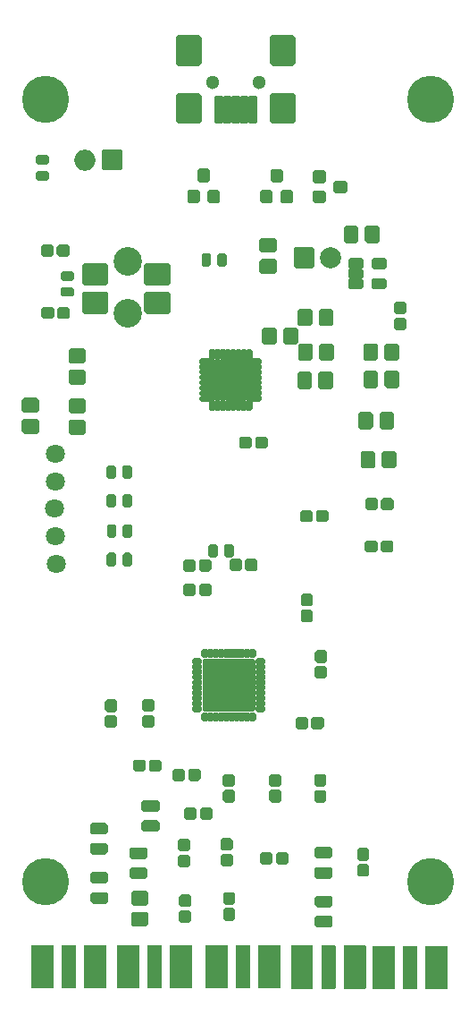
<source format=gbr>
%TF.GenerationSoftware,KiCad,Pcbnew,5.1.8*%
%TF.CreationDate,2020-12-01T22:53:24+08:00*%
%TF.ProjectId,msisdr,6d736973-6472-42e6-9b69-6361645f7063,rev?*%
%TF.SameCoordinates,Original*%
%TF.FileFunction,Soldermask,Top*%
%TF.FilePolarity,Negative*%
%FSLAX46Y46*%
G04 Gerber Fmt 4.6, Leading zero omitted, Abs format (unit mm)*
G04 Created by KiCad (PCBNEW 5.1.8) date 2020-12-01 22:53:24*
%MOMM*%
%LPD*%
G01*
G04 APERTURE LIST*
%ADD10C,4.464000*%
%ADD11C,2.000000*%
%ADD12C,1.300000*%
%ADD13C,2.700000*%
%ADD14C,1.800000*%
%ADD15O,2.000000X2.000000*%
G04 APERTURE END LIST*
D10*
%TO.C,REF\u002A\u002A*%
X154500000Y-124000000D03*
%TD*%
%TO.C,REF\u002A\u002A*%
X118000000Y-124000000D03*
%TD*%
%TO.C,REF\u002A\u002A*%
X154500000Y-50000000D03*
%TD*%
%TO.C,REF\u002A\u002A*%
X118000000Y-50000000D03*
%TD*%
%TO.C,C1*%
G36*
G01*
X137849000Y-82861000D02*
X137849000Y-82111000D01*
G75*
G02*
X138049000Y-81911000I200000J0D01*
G01*
X138849000Y-81911000D01*
G75*
G02*
X139049000Y-82111000I0J-200000D01*
G01*
X139049000Y-82861000D01*
G75*
G02*
X138849000Y-83061000I-200000J0D01*
G01*
X138049000Y-83061000D01*
G75*
G02*
X137849000Y-82861000I0J200000D01*
G01*
G37*
G36*
G01*
X136349000Y-82861000D02*
X136349000Y-82111000D01*
G75*
G02*
X136549000Y-81911000I200000J0D01*
G01*
X137349000Y-81911000D01*
G75*
G02*
X137549000Y-82111000I0J-200000D01*
G01*
X137549000Y-82861000D01*
G75*
G02*
X137349000Y-83061000I-200000J0D01*
G01*
X136549000Y-83061000D01*
G75*
G02*
X136349000Y-82861000I0J200000D01*
G01*
G37*
%TD*%
%TO.C,C2*%
G36*
G01*
X147629000Y-81041000D02*
X147629000Y-79791000D01*
G75*
G02*
X147829000Y-79591000I200000J0D01*
G01*
X148829000Y-79591000D01*
G75*
G02*
X149029000Y-79791000I0J-200000D01*
G01*
X149029000Y-81041000D01*
G75*
G02*
X148829000Y-81241000I-200000J0D01*
G01*
X147829000Y-81241000D01*
G75*
G02*
X147629000Y-81041000I0J200000D01*
G01*
G37*
G36*
G01*
X149629000Y-81041000D02*
X149629000Y-79791000D01*
G75*
G02*
X149829000Y-79591000I200000J0D01*
G01*
X150829000Y-79591000D01*
G75*
G02*
X151029000Y-79791000I0J-200000D01*
G01*
X151029000Y-81041000D01*
G75*
G02*
X150829000Y-81241000I-200000J0D01*
G01*
X149829000Y-81241000D01*
G75*
G02*
X149629000Y-81041000I0J200000D01*
G01*
G37*
%TD*%
%TO.C,C3*%
G36*
G01*
X141879000Y-71281000D02*
X141879000Y-70031000D01*
G75*
G02*
X142079000Y-69831000I200000J0D01*
G01*
X143079000Y-69831000D01*
G75*
G02*
X143279000Y-70031000I0J-200000D01*
G01*
X143279000Y-71281000D01*
G75*
G02*
X143079000Y-71481000I-200000J0D01*
G01*
X142079000Y-71481000D01*
G75*
G02*
X141879000Y-71281000I0J200000D01*
G01*
G37*
G36*
G01*
X143879000Y-71281000D02*
X143879000Y-70031000D01*
G75*
G02*
X144079000Y-69831000I200000J0D01*
G01*
X145079000Y-69831000D01*
G75*
G02*
X145279000Y-70031000I0J-200000D01*
G01*
X145279000Y-71281000D01*
G75*
G02*
X145079000Y-71481000I-200000J0D01*
G01*
X144079000Y-71481000D01*
G75*
G02*
X143879000Y-71281000I0J200000D01*
G01*
G37*
%TD*%
%TO.C,C4*%
G36*
G01*
X147849000Y-84731000D02*
X147849000Y-83481000D01*
G75*
G02*
X148049000Y-83281000I200000J0D01*
G01*
X149049000Y-83281000D01*
G75*
G02*
X149249000Y-83481000I0J-200000D01*
G01*
X149249000Y-84731000D01*
G75*
G02*
X149049000Y-84931000I-200000J0D01*
G01*
X148049000Y-84931000D01*
G75*
G02*
X147849000Y-84731000I0J200000D01*
G01*
G37*
G36*
G01*
X149849000Y-84731000D02*
X149849000Y-83481000D01*
G75*
G02*
X150049000Y-83281000I200000J0D01*
G01*
X151049000Y-83281000D01*
G75*
G02*
X151249000Y-83481000I0J-200000D01*
G01*
X151249000Y-84731000D01*
G75*
G02*
X151049000Y-84931000I-200000J0D01*
G01*
X150049000Y-84931000D01*
G75*
G02*
X149849000Y-84731000I0J200000D01*
G01*
G37*
%TD*%
%TO.C,C5*%
G36*
G01*
X121614000Y-81726000D02*
X120364000Y-81726000D01*
G75*
G02*
X120164000Y-81526000I0J200000D01*
G01*
X120164000Y-80526000D01*
G75*
G02*
X120364000Y-80326000I200000J0D01*
G01*
X121614000Y-80326000D01*
G75*
G02*
X121814000Y-80526000I0J-200000D01*
G01*
X121814000Y-81526000D01*
G75*
G02*
X121614000Y-81726000I-200000J0D01*
G01*
G37*
G36*
G01*
X121614000Y-79726000D02*
X120364000Y-79726000D01*
G75*
G02*
X120164000Y-79526000I0J200000D01*
G01*
X120164000Y-78526000D01*
G75*
G02*
X120364000Y-78326000I200000J0D01*
G01*
X121614000Y-78326000D01*
G75*
G02*
X121814000Y-78526000I0J-200000D01*
G01*
X121814000Y-79526000D01*
G75*
G02*
X121614000Y-79726000I-200000J0D01*
G01*
G37*
%TD*%
%TO.C,C6*%
G36*
G01*
X145319000Y-73301000D02*
X145319000Y-74551000D01*
G75*
G02*
X145119000Y-74751000I-200000J0D01*
G01*
X144119000Y-74751000D01*
G75*
G02*
X143919000Y-74551000I0J200000D01*
G01*
X143919000Y-73301000D01*
G75*
G02*
X144119000Y-73101000I200000J0D01*
G01*
X145119000Y-73101000D01*
G75*
G02*
X145319000Y-73301000I0J-200000D01*
G01*
G37*
G36*
G01*
X143319000Y-73301000D02*
X143319000Y-74551000D01*
G75*
G02*
X143119000Y-74751000I-200000J0D01*
G01*
X142119000Y-74751000D01*
G75*
G02*
X141919000Y-74551000I0J200000D01*
G01*
X141919000Y-73301000D01*
G75*
G02*
X142119000Y-73101000I200000J0D01*
G01*
X143119000Y-73101000D01*
G75*
G02*
X143319000Y-73301000I0J-200000D01*
G01*
G37*
%TD*%
%TO.C,C7*%
G36*
G01*
X120354000Y-73586000D02*
X121604000Y-73586000D01*
G75*
G02*
X121804000Y-73786000I0J-200000D01*
G01*
X121804000Y-74786000D01*
G75*
G02*
X121604000Y-74986000I-200000J0D01*
G01*
X120354000Y-74986000D01*
G75*
G02*
X120154000Y-74786000I0J200000D01*
G01*
X120154000Y-73786000D01*
G75*
G02*
X120354000Y-73586000I200000J0D01*
G01*
G37*
G36*
G01*
X120354000Y-75586000D02*
X121604000Y-75586000D01*
G75*
G02*
X121804000Y-75786000I0J-200000D01*
G01*
X121804000Y-76786000D01*
G75*
G02*
X121604000Y-76986000I-200000J0D01*
G01*
X120354000Y-76986000D01*
G75*
G02*
X120154000Y-76786000I0J200000D01*
G01*
X120154000Y-75786000D01*
G75*
G02*
X120354000Y-75586000I200000J0D01*
G01*
G37*
%TD*%
%TO.C,C8*%
G36*
G01*
X141839000Y-77221000D02*
X141839000Y-75971000D01*
G75*
G02*
X142039000Y-75771000I200000J0D01*
G01*
X143039000Y-75771000D01*
G75*
G02*
X143239000Y-75971000I0J-200000D01*
G01*
X143239000Y-77221000D01*
G75*
G02*
X143039000Y-77421000I-200000J0D01*
G01*
X142039000Y-77421000D01*
G75*
G02*
X141839000Y-77221000I0J200000D01*
G01*
G37*
G36*
G01*
X143839000Y-77221000D02*
X143839000Y-75971000D01*
G75*
G02*
X144039000Y-75771000I200000J0D01*
G01*
X145039000Y-75771000D01*
G75*
G02*
X145239000Y-75971000I0J-200000D01*
G01*
X145239000Y-77221000D01*
G75*
G02*
X145039000Y-77421000I-200000J0D01*
G01*
X144039000Y-77421000D01*
G75*
G02*
X143839000Y-77221000I0J200000D01*
G01*
G37*
%TD*%
%TO.C,C9*%
G36*
G01*
X119099000Y-70601000D02*
X119099000Y-69851000D01*
G75*
G02*
X119299000Y-69651000I200000J0D01*
G01*
X120099000Y-69651000D01*
G75*
G02*
X120299000Y-69851000I0J-200000D01*
G01*
X120299000Y-70601000D01*
G75*
G02*
X120099000Y-70801000I-200000J0D01*
G01*
X119299000Y-70801000D01*
G75*
G02*
X119099000Y-70601000I0J200000D01*
G01*
G37*
G36*
G01*
X117599000Y-70601000D02*
X117599000Y-69851000D01*
G75*
G02*
X117799000Y-69651000I200000J0D01*
G01*
X118599000Y-69651000D01*
G75*
G02*
X118799000Y-69851000I0J-200000D01*
G01*
X118799000Y-70601000D01*
G75*
G02*
X118599000Y-70801000I-200000J0D01*
G01*
X117799000Y-70801000D01*
G75*
G02*
X117599000Y-70601000I0J200000D01*
G01*
G37*
%TD*%
%TO.C,C10*%
G36*
G01*
X119049000Y-64701000D02*
X119049000Y-63951000D01*
G75*
G02*
X119249000Y-63751000I200000J0D01*
G01*
X120049000Y-63751000D01*
G75*
G02*
X120249000Y-63951000I0J-200000D01*
G01*
X120249000Y-64701000D01*
G75*
G02*
X120049000Y-64901000I-200000J0D01*
G01*
X119249000Y-64901000D01*
G75*
G02*
X119049000Y-64701000I0J200000D01*
G01*
G37*
G36*
G01*
X117549000Y-64701000D02*
X117549000Y-63951000D01*
G75*
G02*
X117749000Y-63751000I200000J0D01*
G01*
X118549000Y-63751000D01*
G75*
G02*
X118749000Y-63951000I0J-200000D01*
G01*
X118749000Y-64701000D01*
G75*
G02*
X118549000Y-64901000I-200000J0D01*
G01*
X117749000Y-64901000D01*
G75*
G02*
X117549000Y-64701000I0J200000D01*
G01*
G37*
%TD*%
%TO.C,C11*%
G36*
G01*
X128081120Y-107952400D02*
X127331120Y-107952400D01*
G75*
G02*
X127131120Y-107752400I0J200000D01*
G01*
X127131120Y-106952400D01*
G75*
G02*
X127331120Y-106752400I200000J0D01*
G01*
X128081120Y-106752400D01*
G75*
G02*
X128281120Y-106952400I0J-200000D01*
G01*
X128281120Y-107752400D01*
G75*
G02*
X128081120Y-107952400I-200000J0D01*
G01*
G37*
G36*
G01*
X128081120Y-109452400D02*
X127331120Y-109452400D01*
G75*
G02*
X127131120Y-109252400I0J200000D01*
G01*
X127131120Y-108452400D01*
G75*
G02*
X127331120Y-108252400I200000J0D01*
G01*
X128081120Y-108252400D01*
G75*
G02*
X128281120Y-108452400I0J-200000D01*
G01*
X128281120Y-109252400D01*
G75*
G02*
X128081120Y-109452400I-200000J0D01*
G01*
G37*
%TD*%
%TO.C,C12*%
G36*
G01*
X135741760Y-115028840D02*
X134991760Y-115028840D01*
G75*
G02*
X134791760Y-114828840I0J200000D01*
G01*
X134791760Y-114028840D01*
G75*
G02*
X134991760Y-113828840I200000J0D01*
G01*
X135741760Y-113828840D01*
G75*
G02*
X135941760Y-114028840I0J-200000D01*
G01*
X135941760Y-114828840D01*
G75*
G02*
X135741760Y-115028840I-200000J0D01*
G01*
G37*
G36*
G01*
X135741760Y-116528840D02*
X134991760Y-116528840D01*
G75*
G02*
X134791760Y-116328840I0J200000D01*
G01*
X134791760Y-115528840D01*
G75*
G02*
X134991760Y-115328840I200000J0D01*
G01*
X135741760Y-115328840D01*
G75*
G02*
X135941760Y-115528840I0J-200000D01*
G01*
X135941760Y-116328840D01*
G75*
G02*
X135741760Y-116528840I-200000J0D01*
G01*
G37*
%TD*%
%TO.C,C13*%
G36*
G01*
X142869000Y-108651000D02*
X142869000Y-109401000D01*
G75*
G02*
X142669000Y-109601000I-200000J0D01*
G01*
X141869000Y-109601000D01*
G75*
G02*
X141669000Y-109401000I0J200000D01*
G01*
X141669000Y-108651000D01*
G75*
G02*
X141869000Y-108451000I200000J0D01*
G01*
X142669000Y-108451000D01*
G75*
G02*
X142869000Y-108651000I0J-200000D01*
G01*
G37*
G36*
G01*
X144369000Y-108651000D02*
X144369000Y-109401000D01*
G75*
G02*
X144169000Y-109601000I-200000J0D01*
G01*
X143369000Y-109601000D01*
G75*
G02*
X143169000Y-109401000I0J200000D01*
G01*
X143169000Y-108651000D01*
G75*
G02*
X143369000Y-108451000I200000J0D01*
G01*
X144169000Y-108451000D01*
G75*
G02*
X144369000Y-108651000I0J-200000D01*
G01*
G37*
%TD*%
%TO.C,C14*%
G36*
G01*
X140130880Y-115028840D02*
X139380880Y-115028840D01*
G75*
G02*
X139180880Y-114828840I0J200000D01*
G01*
X139180880Y-114028840D01*
G75*
G02*
X139380880Y-113828840I200000J0D01*
G01*
X140130880Y-113828840D01*
G75*
G02*
X140330880Y-114028840I0J-200000D01*
G01*
X140330880Y-114828840D01*
G75*
G02*
X140130880Y-115028840I-200000J0D01*
G01*
G37*
G36*
G01*
X140130880Y-116528840D02*
X139380880Y-116528840D01*
G75*
G02*
X139180880Y-116328840I0J200000D01*
G01*
X139180880Y-115528840D01*
G75*
G02*
X139380880Y-115328840I200000J0D01*
G01*
X140130880Y-115328840D01*
G75*
G02*
X140330880Y-115528840I0J-200000D01*
G01*
X140330880Y-116328840D01*
G75*
G02*
X140130880Y-116528840I-200000J0D01*
G01*
G37*
%TD*%
%TO.C,C15*%
G36*
G01*
X144398080Y-115039000D02*
X143648080Y-115039000D01*
G75*
G02*
X143448080Y-114839000I0J200000D01*
G01*
X143448080Y-114039000D01*
G75*
G02*
X143648080Y-113839000I200000J0D01*
G01*
X144398080Y-113839000D01*
G75*
G02*
X144598080Y-114039000I0J-200000D01*
G01*
X144598080Y-114839000D01*
G75*
G02*
X144398080Y-115039000I-200000J0D01*
G01*
G37*
G36*
G01*
X144398080Y-116539000D02*
X143648080Y-116539000D01*
G75*
G02*
X143448080Y-116339000I0J200000D01*
G01*
X143448080Y-115539000D01*
G75*
G02*
X143648080Y-115339000I200000J0D01*
G01*
X144398080Y-115339000D01*
G75*
G02*
X144598080Y-115539000I0J-200000D01*
G01*
X144598080Y-116339000D01*
G75*
G02*
X144398080Y-116539000I-200000J0D01*
G01*
G37*
%TD*%
%TO.C,C16*%
G36*
G01*
X131503560Y-114301620D02*
X131503560Y-113551620D01*
G75*
G02*
X131703560Y-113351620I200000J0D01*
G01*
X132503560Y-113351620D01*
G75*
G02*
X132703560Y-113551620I0J-200000D01*
G01*
X132703560Y-114301620D01*
G75*
G02*
X132503560Y-114501620I-200000J0D01*
G01*
X131703560Y-114501620D01*
G75*
G02*
X131503560Y-114301620I0J200000D01*
G01*
G37*
G36*
G01*
X130003560Y-114301620D02*
X130003560Y-113551620D01*
G75*
G02*
X130203560Y-113351620I200000J0D01*
G01*
X131003560Y-113351620D01*
G75*
G02*
X131203560Y-113551620I0J-200000D01*
G01*
X131203560Y-114301620D01*
G75*
G02*
X131003560Y-114501620I-200000J0D01*
G01*
X130203560Y-114501620D01*
G75*
G02*
X130003560Y-114301620I0J200000D01*
G01*
G37*
%TD*%
%TO.C,C17*%
G36*
G01*
X127785000Y-113417700D02*
X127785000Y-112667700D01*
G75*
G02*
X127985000Y-112467700I200000J0D01*
G01*
X128785000Y-112467700D01*
G75*
G02*
X128985000Y-112667700I0J-200000D01*
G01*
X128985000Y-113417700D01*
G75*
G02*
X128785000Y-113617700I-200000J0D01*
G01*
X127985000Y-113617700D01*
G75*
G02*
X127785000Y-113417700I0J200000D01*
G01*
G37*
G36*
G01*
X126285000Y-113417700D02*
X126285000Y-112667700D01*
G75*
G02*
X126485000Y-112467700I200000J0D01*
G01*
X127285000Y-112467700D01*
G75*
G02*
X127485000Y-112667700I0J-200000D01*
G01*
X127485000Y-113417700D01*
G75*
G02*
X127285000Y-113617700I-200000J0D01*
G01*
X126485000Y-113617700D01*
G75*
G02*
X126285000Y-113417700I0J200000D01*
G01*
G37*
%TD*%
%TO.C,C18*%
G36*
G01*
X148109000Y-77131000D02*
X148109000Y-75881000D01*
G75*
G02*
X148309000Y-75681000I200000J0D01*
G01*
X149309000Y-75681000D01*
G75*
G02*
X149509000Y-75881000I0J-200000D01*
G01*
X149509000Y-77131000D01*
G75*
G02*
X149309000Y-77331000I-200000J0D01*
G01*
X148309000Y-77331000D01*
G75*
G02*
X148109000Y-77131000I0J200000D01*
G01*
G37*
G36*
G01*
X150109000Y-77131000D02*
X150109000Y-75881000D01*
G75*
G02*
X150309000Y-75681000I200000J0D01*
G01*
X151309000Y-75681000D01*
G75*
G02*
X151509000Y-75881000I0J-200000D01*
G01*
X151509000Y-77131000D01*
G75*
G02*
X151309000Y-77331000I-200000J0D01*
G01*
X150309000Y-77331000D01*
G75*
G02*
X150109000Y-77131000I0J200000D01*
G01*
G37*
%TD*%
%TO.C,C19*%
G36*
G01*
X144454000Y-103326000D02*
X143704000Y-103326000D01*
G75*
G02*
X143504000Y-103126000I0J200000D01*
G01*
X143504000Y-102326000D01*
G75*
G02*
X143704000Y-102126000I200000J0D01*
G01*
X144454000Y-102126000D01*
G75*
G02*
X144654000Y-102326000I0J-200000D01*
G01*
X144654000Y-103126000D01*
G75*
G02*
X144454000Y-103326000I-200000J0D01*
G01*
G37*
G36*
G01*
X144454000Y-104826000D02*
X143704000Y-104826000D01*
G75*
G02*
X143504000Y-104626000I0J200000D01*
G01*
X143504000Y-103826000D01*
G75*
G02*
X143704000Y-103626000I200000J0D01*
G01*
X144454000Y-103626000D01*
G75*
G02*
X144654000Y-103826000I0J-200000D01*
G01*
X144654000Y-104626000D01*
G75*
G02*
X144454000Y-104826000I-200000J0D01*
G01*
G37*
%TD*%
%TO.C,C20*%
G36*
G01*
X149459000Y-91951000D02*
X149459000Y-92701000D01*
G75*
G02*
X149259000Y-92901000I-200000J0D01*
G01*
X148459000Y-92901000D01*
G75*
G02*
X148259000Y-92701000I0J200000D01*
G01*
X148259000Y-91951000D01*
G75*
G02*
X148459000Y-91751000I200000J0D01*
G01*
X149259000Y-91751000D01*
G75*
G02*
X149459000Y-91951000I0J-200000D01*
G01*
G37*
G36*
G01*
X150959000Y-91951000D02*
X150959000Y-92701000D01*
G75*
G02*
X150759000Y-92901000I-200000J0D01*
G01*
X149959000Y-92901000D01*
G75*
G02*
X149759000Y-92701000I0J200000D01*
G01*
X149759000Y-91951000D01*
G75*
G02*
X149959000Y-91751000I200000J0D01*
G01*
X150759000Y-91751000D01*
G75*
G02*
X150959000Y-91951000I0J-200000D01*
G01*
G37*
%TD*%
%TO.C,C21*%
G36*
G01*
X143609000Y-89821000D02*
X143609000Y-89071000D01*
G75*
G02*
X143809000Y-88871000I200000J0D01*
G01*
X144609000Y-88871000D01*
G75*
G02*
X144809000Y-89071000I0J-200000D01*
G01*
X144809000Y-89821000D01*
G75*
G02*
X144609000Y-90021000I-200000J0D01*
G01*
X143809000Y-90021000D01*
G75*
G02*
X143609000Y-89821000I0J200000D01*
G01*
G37*
G36*
G01*
X142109000Y-89821000D02*
X142109000Y-89071000D01*
G75*
G02*
X142309000Y-88871000I200000J0D01*
G01*
X143109000Y-88871000D01*
G75*
G02*
X143309000Y-89071000I0J-200000D01*
G01*
X143309000Y-89821000D01*
G75*
G02*
X143109000Y-90021000I-200000J0D01*
G01*
X142309000Y-90021000D01*
G75*
G02*
X142109000Y-89821000I0J200000D01*
G01*
G37*
%TD*%
%TO.C,C22*%
G36*
G01*
X132519000Y-94481000D02*
X132519000Y-93731000D01*
G75*
G02*
X132719000Y-93531000I200000J0D01*
G01*
X133519000Y-93531000D01*
G75*
G02*
X133719000Y-93731000I0J-200000D01*
G01*
X133719000Y-94481000D01*
G75*
G02*
X133519000Y-94681000I-200000J0D01*
G01*
X132719000Y-94681000D01*
G75*
G02*
X132519000Y-94481000I0J200000D01*
G01*
G37*
G36*
G01*
X131019000Y-94481000D02*
X131019000Y-93731000D01*
G75*
G02*
X131219000Y-93531000I200000J0D01*
G01*
X132019000Y-93531000D01*
G75*
G02*
X132219000Y-93731000I0J-200000D01*
G01*
X132219000Y-94481000D01*
G75*
G02*
X132019000Y-94681000I-200000J0D01*
G01*
X131219000Y-94681000D01*
G75*
G02*
X131019000Y-94481000I0J200000D01*
G01*
G37*
%TD*%
%TO.C,C23*%
G36*
G01*
X136599000Y-93681000D02*
X136599000Y-94431000D01*
G75*
G02*
X136399000Y-94631000I-200000J0D01*
G01*
X135599000Y-94631000D01*
G75*
G02*
X135399000Y-94431000I0J200000D01*
G01*
X135399000Y-93681000D01*
G75*
G02*
X135599000Y-93481000I200000J0D01*
G01*
X136399000Y-93481000D01*
G75*
G02*
X136599000Y-93681000I0J-200000D01*
G01*
G37*
G36*
G01*
X138099000Y-93681000D02*
X138099000Y-94431000D01*
G75*
G02*
X137899000Y-94631000I-200000J0D01*
G01*
X137099000Y-94631000D01*
G75*
G02*
X136899000Y-94431000I0J200000D01*
G01*
X136899000Y-93681000D01*
G75*
G02*
X137099000Y-93481000I200000J0D01*
G01*
X137899000Y-93481000D01*
G75*
G02*
X138099000Y-93681000I0J-200000D01*
G01*
G37*
%TD*%
%TO.C,C24*%
G36*
G01*
X124565760Y-107972720D02*
X123815760Y-107972720D01*
G75*
G02*
X123615760Y-107772720I0J200000D01*
G01*
X123615760Y-106972720D01*
G75*
G02*
X123815760Y-106772720I200000J0D01*
G01*
X124565760Y-106772720D01*
G75*
G02*
X124765760Y-106972720I0J-200000D01*
G01*
X124765760Y-107772720D01*
G75*
G02*
X124565760Y-107972720I-200000J0D01*
G01*
G37*
G36*
G01*
X124565760Y-109472720D02*
X123815760Y-109472720D01*
G75*
G02*
X123615760Y-109272720I0J200000D01*
G01*
X123615760Y-108472720D01*
G75*
G02*
X123815760Y-108272720I200000J0D01*
G01*
X124565760Y-108272720D01*
G75*
G02*
X124765760Y-108472720I0J-200000D01*
G01*
X124765760Y-109272720D01*
G75*
G02*
X124565760Y-109472720I-200000J0D01*
G01*
G37*
%TD*%
%TO.C,C25*%
G36*
G01*
X149479000Y-87921000D02*
X149479000Y-88671000D01*
G75*
G02*
X149279000Y-88871000I-200000J0D01*
G01*
X148479000Y-88871000D01*
G75*
G02*
X148279000Y-88671000I0J200000D01*
G01*
X148279000Y-87921000D01*
G75*
G02*
X148479000Y-87721000I200000J0D01*
G01*
X149279000Y-87721000D01*
G75*
G02*
X149479000Y-87921000I0J-200000D01*
G01*
G37*
G36*
G01*
X150979000Y-87921000D02*
X150979000Y-88671000D01*
G75*
G02*
X150779000Y-88871000I-200000J0D01*
G01*
X149979000Y-88871000D01*
G75*
G02*
X149779000Y-88671000I0J200000D01*
G01*
X149779000Y-87921000D01*
G75*
G02*
X149979000Y-87721000I200000J0D01*
G01*
X150779000Y-87721000D01*
G75*
G02*
X150979000Y-87921000I0J-200000D01*
G01*
G37*
%TD*%
%TO.C,C26*%
G36*
G01*
X132529720Y-96793400D02*
X132529720Y-96043400D01*
G75*
G02*
X132729720Y-95843400I200000J0D01*
G01*
X133529720Y-95843400D01*
G75*
G02*
X133729720Y-96043400I0J-200000D01*
G01*
X133729720Y-96793400D01*
G75*
G02*
X133529720Y-96993400I-200000J0D01*
G01*
X132729720Y-96993400D01*
G75*
G02*
X132529720Y-96793400I0J200000D01*
G01*
G37*
G36*
G01*
X131029720Y-96793400D02*
X131029720Y-96043400D01*
G75*
G02*
X131229720Y-95843400I200000J0D01*
G01*
X132029720Y-95843400D01*
G75*
G02*
X132229720Y-96043400I0J-200000D01*
G01*
X132229720Y-96793400D01*
G75*
G02*
X132029720Y-96993400I-200000J0D01*
G01*
X131229720Y-96993400D01*
G75*
G02*
X131029720Y-96793400I0J200000D01*
G01*
G37*
%TD*%
%TO.C,C27*%
G36*
G01*
X127536100Y-128268200D02*
X126286100Y-128268200D01*
G75*
G02*
X126086100Y-128068200I0J200000D01*
G01*
X126086100Y-127068200D01*
G75*
G02*
X126286100Y-126868200I200000J0D01*
G01*
X127536100Y-126868200D01*
G75*
G02*
X127736100Y-127068200I0J-200000D01*
G01*
X127736100Y-128068200D01*
G75*
G02*
X127536100Y-128268200I-200000J0D01*
G01*
G37*
G36*
G01*
X127536100Y-126268200D02*
X126286100Y-126268200D01*
G75*
G02*
X126086100Y-126068200I0J200000D01*
G01*
X126086100Y-125068200D01*
G75*
G02*
X126286100Y-124868200I200000J0D01*
G01*
X127536100Y-124868200D01*
G75*
G02*
X127736100Y-125068200I0J-200000D01*
G01*
X127736100Y-126068200D01*
G75*
G02*
X127536100Y-126268200I-200000J0D01*
G01*
G37*
%TD*%
%TO.C,C28*%
G36*
G01*
X131596480Y-126425820D02*
X130846480Y-126425820D01*
G75*
G02*
X130646480Y-126225820I0J200000D01*
G01*
X130646480Y-125425820D01*
G75*
G02*
X130846480Y-125225820I200000J0D01*
G01*
X131596480Y-125225820D01*
G75*
G02*
X131796480Y-125425820I0J-200000D01*
G01*
X131796480Y-126225820D01*
G75*
G02*
X131596480Y-126425820I-200000J0D01*
G01*
G37*
G36*
G01*
X131596480Y-127925820D02*
X130846480Y-127925820D01*
G75*
G02*
X130646480Y-127725820I0J200000D01*
G01*
X130646480Y-126925820D01*
G75*
G02*
X130846480Y-126725820I200000J0D01*
G01*
X131596480Y-126725820D01*
G75*
G02*
X131796480Y-126925820I0J-200000D01*
G01*
X131796480Y-127725820D01*
G75*
G02*
X131596480Y-127925820I-200000J0D01*
G01*
G37*
%TD*%
%TO.C,C29*%
G36*
G01*
X135759540Y-126202300D02*
X135009540Y-126202300D01*
G75*
G02*
X134809540Y-126002300I0J200000D01*
G01*
X134809540Y-125202300D01*
G75*
G02*
X135009540Y-125002300I200000J0D01*
G01*
X135759540Y-125002300D01*
G75*
G02*
X135959540Y-125202300I0J-200000D01*
G01*
X135959540Y-126002300D01*
G75*
G02*
X135759540Y-126202300I-200000J0D01*
G01*
G37*
G36*
G01*
X135759540Y-127702300D02*
X135009540Y-127702300D01*
G75*
G02*
X134809540Y-127502300I0J200000D01*
G01*
X134809540Y-126702300D01*
G75*
G02*
X135009540Y-126502300I200000J0D01*
G01*
X135759540Y-126502300D01*
G75*
G02*
X135959540Y-126702300I0J-200000D01*
G01*
X135959540Y-127502300D01*
G75*
G02*
X135759540Y-127702300I-200000J0D01*
G01*
G37*
%TD*%
%TO.C,C30*%
G36*
G01*
X147719700Y-122336700D02*
X148469700Y-122336700D01*
G75*
G02*
X148669700Y-122536700I0J-200000D01*
G01*
X148669700Y-123336700D01*
G75*
G02*
X148469700Y-123536700I-200000J0D01*
G01*
X147719700Y-123536700D01*
G75*
G02*
X147519700Y-123336700I0J200000D01*
G01*
X147519700Y-122536700D01*
G75*
G02*
X147719700Y-122336700I200000J0D01*
G01*
G37*
G36*
G01*
X147719700Y-120836700D02*
X148469700Y-120836700D01*
G75*
G02*
X148669700Y-121036700I0J-200000D01*
G01*
X148669700Y-121836700D01*
G75*
G02*
X148469700Y-122036700I-200000J0D01*
G01*
X147719700Y-122036700D01*
G75*
G02*
X147519700Y-121836700I0J200000D01*
G01*
X147519700Y-121036700D01*
G75*
G02*
X147719700Y-120836700I200000J0D01*
G01*
G37*
%TD*%
%TO.C,C31*%
G36*
G01*
X131484720Y-121145160D02*
X130734720Y-121145160D01*
G75*
G02*
X130534720Y-120945160I0J200000D01*
G01*
X130534720Y-120145160D01*
G75*
G02*
X130734720Y-119945160I200000J0D01*
G01*
X131484720Y-119945160D01*
G75*
G02*
X131684720Y-120145160I0J-200000D01*
G01*
X131684720Y-120945160D01*
G75*
G02*
X131484720Y-121145160I-200000J0D01*
G01*
G37*
G36*
G01*
X131484720Y-122645160D02*
X130734720Y-122645160D01*
G75*
G02*
X130534720Y-122445160I0J200000D01*
G01*
X130534720Y-121645160D01*
G75*
G02*
X130734720Y-121445160I200000J0D01*
G01*
X131484720Y-121445160D01*
G75*
G02*
X131684720Y-121645160I0J-200000D01*
G01*
X131684720Y-122445160D01*
G75*
G02*
X131484720Y-122645160I-200000J0D01*
G01*
G37*
%TD*%
%TO.C,C32*%
G36*
G01*
X139809360Y-122173080D02*
X139809360Y-121423080D01*
G75*
G02*
X140009360Y-121223080I200000J0D01*
G01*
X140809360Y-121223080D01*
G75*
G02*
X141009360Y-121423080I0J-200000D01*
G01*
X141009360Y-122173080D01*
G75*
G02*
X140809360Y-122373080I-200000J0D01*
G01*
X140009360Y-122373080D01*
G75*
G02*
X139809360Y-122173080I0J200000D01*
G01*
G37*
G36*
G01*
X138309360Y-122173080D02*
X138309360Y-121423080D01*
G75*
G02*
X138509360Y-121223080I200000J0D01*
G01*
X139309360Y-121223080D01*
G75*
G02*
X139509360Y-121423080I0J-200000D01*
G01*
X139509360Y-122173080D01*
G75*
G02*
X139309360Y-122373080I-200000J0D01*
G01*
X138509360Y-122373080D01*
G75*
G02*
X138309360Y-122173080I0J200000D01*
G01*
G37*
%TD*%
%TO.C,C33*%
G36*
G01*
X135536020Y-121089280D02*
X134786020Y-121089280D01*
G75*
G02*
X134586020Y-120889280I0J200000D01*
G01*
X134586020Y-120089280D01*
G75*
G02*
X134786020Y-119889280I200000J0D01*
G01*
X135536020Y-119889280D01*
G75*
G02*
X135736020Y-120089280I0J-200000D01*
G01*
X135736020Y-120889280D01*
G75*
G02*
X135536020Y-121089280I-200000J0D01*
G01*
G37*
G36*
G01*
X135536020Y-122589280D02*
X134786020Y-122589280D01*
G75*
G02*
X134586020Y-122389280I0J200000D01*
G01*
X134586020Y-121589280D01*
G75*
G02*
X134786020Y-121389280I200000J0D01*
G01*
X135536020Y-121389280D01*
G75*
G02*
X135736020Y-121589280I0J-200000D01*
G01*
X135736020Y-122389280D01*
G75*
G02*
X135536020Y-122589280I-200000J0D01*
G01*
G37*
%TD*%
%TO.C,C34*%
G36*
G01*
X132300840Y-117204140D02*
X132300840Y-117954140D01*
G75*
G02*
X132100840Y-118154140I-200000J0D01*
G01*
X131300840Y-118154140D01*
G75*
G02*
X131100840Y-117954140I0J200000D01*
G01*
X131100840Y-117204140D01*
G75*
G02*
X131300840Y-117004140I200000J0D01*
G01*
X132100840Y-117004140D01*
G75*
G02*
X132300840Y-117204140I0J-200000D01*
G01*
G37*
G36*
G01*
X133800840Y-117204140D02*
X133800840Y-117954140D01*
G75*
G02*
X133600840Y-118154140I-200000J0D01*
G01*
X132800840Y-118154140D01*
G75*
G02*
X132600840Y-117954140I0J200000D01*
G01*
X132600840Y-117204140D01*
G75*
G02*
X132800840Y-117004140I200000J0D01*
G01*
X133600840Y-117004140D01*
G75*
G02*
X133800840Y-117204140I0J-200000D01*
G01*
G37*
%TD*%
%TO.C,C35*%
G36*
G01*
X141499000Y-65786000D02*
X141499000Y-64186000D01*
G75*
G02*
X141699000Y-63986000I200000J0D01*
G01*
X143299000Y-63986000D01*
G75*
G02*
X143499000Y-64186000I0J-200000D01*
G01*
X143499000Y-65786000D01*
G75*
G02*
X143299000Y-65986000I-200000J0D01*
G01*
X141699000Y-65986000D01*
G75*
G02*
X141499000Y-65786000I0J200000D01*
G01*
G37*
D11*
X144999000Y-64986000D03*
%TD*%
%TO.C,C36*%
G36*
G01*
X151499000Y-73301000D02*
X151499000Y-74551000D01*
G75*
G02*
X151299000Y-74751000I-200000J0D01*
G01*
X150299000Y-74751000D01*
G75*
G02*
X150099000Y-74551000I0J200000D01*
G01*
X150099000Y-73301000D01*
G75*
G02*
X150299000Y-73101000I200000J0D01*
G01*
X151299000Y-73101000D01*
G75*
G02*
X151499000Y-73301000I0J-200000D01*
G01*
G37*
G36*
G01*
X149499000Y-73301000D02*
X149499000Y-74551000D01*
G75*
G02*
X149299000Y-74751000I-200000J0D01*
G01*
X148299000Y-74751000D01*
G75*
G02*
X148099000Y-74551000I0J200000D01*
G01*
X148099000Y-73301000D01*
G75*
G02*
X148299000Y-73101000I200000J0D01*
G01*
X149299000Y-73101000D01*
G75*
G02*
X149499000Y-73301000I0J-200000D01*
G01*
G37*
%TD*%
%TO.C,C37*%
G36*
G01*
X139715000Y-66520000D02*
X138465000Y-66520000D01*
G75*
G02*
X138265000Y-66320000I0J200000D01*
G01*
X138265000Y-65320000D01*
G75*
G02*
X138465000Y-65120000I200000J0D01*
G01*
X139715000Y-65120000D01*
G75*
G02*
X139915000Y-65320000I0J-200000D01*
G01*
X139915000Y-66320000D01*
G75*
G02*
X139715000Y-66520000I-200000J0D01*
G01*
G37*
G36*
G01*
X139715000Y-64520000D02*
X138465000Y-64520000D01*
G75*
G02*
X138265000Y-64320000I0J200000D01*
G01*
X138265000Y-63320000D01*
G75*
G02*
X138465000Y-63120000I200000J0D01*
G01*
X139715000Y-63120000D01*
G75*
G02*
X139915000Y-63320000I0J-200000D01*
G01*
X139915000Y-64320000D01*
G75*
G02*
X139715000Y-64520000I-200000J0D01*
G01*
G37*
%TD*%
%TO.C,C38*%
G36*
G01*
X149659000Y-62161000D02*
X149659000Y-63411000D01*
G75*
G02*
X149459000Y-63611000I-200000J0D01*
G01*
X148459000Y-63611000D01*
G75*
G02*
X148259000Y-63411000I0J200000D01*
G01*
X148259000Y-62161000D01*
G75*
G02*
X148459000Y-61961000I200000J0D01*
G01*
X149459000Y-61961000D01*
G75*
G02*
X149659000Y-62161000I0J-200000D01*
G01*
G37*
G36*
G01*
X147659000Y-62161000D02*
X147659000Y-63411000D01*
G75*
G02*
X147459000Y-63611000I-200000J0D01*
G01*
X146459000Y-63611000D01*
G75*
G02*
X146259000Y-63411000I0J200000D01*
G01*
X146259000Y-62161000D01*
G75*
G02*
X146459000Y-61961000I200000J0D01*
G01*
X147459000Y-61961000D01*
G75*
G02*
X147659000Y-62161000I0J-200000D01*
G01*
G37*
%TD*%
%TO.C,J6*%
G36*
G01*
X128954000Y-134126000D02*
X127704000Y-134126000D01*
G75*
G02*
X127654000Y-134076000I0J50000D01*
G01*
X127654000Y-130076000D01*
G75*
G02*
X127704000Y-130026000I50000J0D01*
G01*
X128954000Y-130026000D01*
G75*
G02*
X129004000Y-130076000I0J-50000D01*
G01*
X129004000Y-134076000D01*
G75*
G02*
X128954000Y-134126000I-50000J0D01*
G01*
G37*
G36*
G01*
X131829000Y-134126000D02*
X129829000Y-134126000D01*
G75*
G02*
X129779000Y-134076000I0J50000D01*
G01*
X129779000Y-130076000D01*
G75*
G02*
X129829000Y-130026000I50000J0D01*
G01*
X131829000Y-130026000D01*
G75*
G02*
X131879000Y-130076000I0J-50000D01*
G01*
X131879000Y-134076000D01*
G75*
G02*
X131829000Y-134126000I-50000J0D01*
G01*
G37*
G36*
G01*
X126829000Y-134126000D02*
X124829000Y-134126000D01*
G75*
G02*
X124779000Y-134076000I0J50000D01*
G01*
X124779000Y-130076000D01*
G75*
G02*
X124829000Y-130026000I50000J0D01*
G01*
X126829000Y-130026000D01*
G75*
G02*
X126879000Y-130076000I0J-50000D01*
G01*
X126879000Y-134076000D01*
G75*
G02*
X126829000Y-134126000I-50000J0D01*
G01*
G37*
%TD*%
%TO.C,J7*%
G36*
G01*
X145425320Y-134144600D02*
X144175320Y-134144600D01*
G75*
G02*
X144125320Y-134094600I0J50000D01*
G01*
X144125320Y-130094600D01*
G75*
G02*
X144175320Y-130044600I50000J0D01*
G01*
X145425320Y-130044600D01*
G75*
G02*
X145475320Y-130094600I0J-50000D01*
G01*
X145475320Y-134094600D01*
G75*
G02*
X145425320Y-134144600I-50000J0D01*
G01*
G37*
G36*
G01*
X148300320Y-134144600D02*
X146300320Y-134144600D01*
G75*
G02*
X146250320Y-134094600I0J50000D01*
G01*
X146250320Y-130094600D01*
G75*
G02*
X146300320Y-130044600I50000J0D01*
G01*
X148300320Y-130044600D01*
G75*
G02*
X148350320Y-130094600I0J-50000D01*
G01*
X148350320Y-134094600D01*
G75*
G02*
X148300320Y-134144600I-50000J0D01*
G01*
G37*
G36*
G01*
X143300320Y-134144600D02*
X141300320Y-134144600D01*
G75*
G02*
X141250320Y-134094600I0J50000D01*
G01*
X141250320Y-130094600D01*
G75*
G02*
X141300320Y-130044600I50000J0D01*
G01*
X143300320Y-130044600D01*
G75*
G02*
X143350320Y-130094600I0J-50000D01*
G01*
X143350320Y-134094600D01*
G75*
G02*
X143300320Y-134144600I-50000J0D01*
G01*
G37*
%TD*%
%TO.C,J8*%
G36*
G01*
X120830500Y-134119200D02*
X119580500Y-134119200D01*
G75*
G02*
X119530500Y-134069200I0J50000D01*
G01*
X119530500Y-130069200D01*
G75*
G02*
X119580500Y-130019200I50000J0D01*
G01*
X120830500Y-130019200D01*
G75*
G02*
X120880500Y-130069200I0J-50000D01*
G01*
X120880500Y-134069200D01*
G75*
G02*
X120830500Y-134119200I-50000J0D01*
G01*
G37*
G36*
G01*
X123705500Y-134119200D02*
X121705500Y-134119200D01*
G75*
G02*
X121655500Y-134069200I0J50000D01*
G01*
X121655500Y-130069200D01*
G75*
G02*
X121705500Y-130019200I50000J0D01*
G01*
X123705500Y-130019200D01*
G75*
G02*
X123755500Y-130069200I0J-50000D01*
G01*
X123755500Y-134069200D01*
G75*
G02*
X123705500Y-134119200I-50000J0D01*
G01*
G37*
G36*
G01*
X118705500Y-134119200D02*
X116705500Y-134119200D01*
G75*
G02*
X116655500Y-134069200I0J50000D01*
G01*
X116655500Y-130069200D01*
G75*
G02*
X116705500Y-130019200I50000J0D01*
G01*
X118705500Y-130019200D01*
G75*
G02*
X118755500Y-130069200I0J-50000D01*
G01*
X118755500Y-134069200D01*
G75*
G02*
X118705500Y-134119200I-50000J0D01*
G01*
G37*
%TD*%
%TO.C,J9*%
G36*
G01*
X137327800Y-134119200D02*
X136077800Y-134119200D01*
G75*
G02*
X136027800Y-134069200I0J50000D01*
G01*
X136027800Y-130069200D01*
G75*
G02*
X136077800Y-130019200I50000J0D01*
G01*
X137327800Y-130019200D01*
G75*
G02*
X137377800Y-130069200I0J-50000D01*
G01*
X137377800Y-134069200D01*
G75*
G02*
X137327800Y-134119200I-50000J0D01*
G01*
G37*
G36*
G01*
X140202800Y-134119200D02*
X138202800Y-134119200D01*
G75*
G02*
X138152800Y-134069200I0J50000D01*
G01*
X138152800Y-130069200D01*
G75*
G02*
X138202800Y-130019200I50000J0D01*
G01*
X140202800Y-130019200D01*
G75*
G02*
X140252800Y-130069200I0J-50000D01*
G01*
X140252800Y-134069200D01*
G75*
G02*
X140202800Y-134119200I-50000J0D01*
G01*
G37*
G36*
G01*
X135202800Y-134119200D02*
X133202800Y-134119200D01*
G75*
G02*
X133152800Y-134069200I0J50000D01*
G01*
X133152800Y-130069200D01*
G75*
G02*
X133202800Y-130019200I50000J0D01*
G01*
X135202800Y-130019200D01*
G75*
G02*
X135252800Y-130069200I0J-50000D01*
G01*
X135252800Y-134069200D01*
G75*
G02*
X135202800Y-134119200I-50000J0D01*
G01*
G37*
%TD*%
%TO.C,J10*%
G36*
G01*
X153164700Y-134172540D02*
X151914700Y-134172540D01*
G75*
G02*
X151864700Y-134122540I0J50000D01*
G01*
X151864700Y-130122540D01*
G75*
G02*
X151914700Y-130072540I50000J0D01*
G01*
X153164700Y-130072540D01*
G75*
G02*
X153214700Y-130122540I0J-50000D01*
G01*
X153214700Y-134122540D01*
G75*
G02*
X153164700Y-134172540I-50000J0D01*
G01*
G37*
G36*
G01*
X156039700Y-134172540D02*
X154039700Y-134172540D01*
G75*
G02*
X153989700Y-134122540I0J50000D01*
G01*
X153989700Y-130122540D01*
G75*
G02*
X154039700Y-130072540I50000J0D01*
G01*
X156039700Y-130072540D01*
G75*
G02*
X156089700Y-130122540I0J-50000D01*
G01*
X156089700Y-134122540D01*
G75*
G02*
X156039700Y-134172540I-50000J0D01*
G01*
G37*
G36*
G01*
X151039700Y-134172540D02*
X149039700Y-134172540D01*
G75*
G02*
X148989700Y-134122540I0J50000D01*
G01*
X148989700Y-130122540D01*
G75*
G02*
X149039700Y-130072540I50000J0D01*
G01*
X151039700Y-130072540D01*
G75*
G02*
X151089700Y-130122540I0J-50000D01*
G01*
X151089700Y-134122540D01*
G75*
G02*
X151039700Y-134172540I-50000J0D01*
G01*
G37*
%TD*%
%TO.C,J11*%
G36*
G01*
X137369000Y-49646000D02*
X137869000Y-49646000D01*
G75*
G02*
X138069000Y-49846000I0J-200000D01*
G01*
X138069000Y-52146000D01*
G75*
G02*
X137869000Y-52346000I-200000J0D01*
G01*
X137369000Y-52346000D01*
G75*
G02*
X137169000Y-52146000I0J200000D01*
G01*
X137169000Y-49846000D01*
G75*
G02*
X137369000Y-49646000I200000J0D01*
G01*
G37*
G36*
G01*
X136569000Y-49646000D02*
X137069000Y-49646000D01*
G75*
G02*
X137269000Y-49846000I0J-200000D01*
G01*
X137269000Y-52146000D01*
G75*
G02*
X137069000Y-52346000I-200000J0D01*
G01*
X136569000Y-52346000D01*
G75*
G02*
X136369000Y-52146000I0J200000D01*
G01*
X136369000Y-49846000D01*
G75*
G02*
X136569000Y-49646000I200000J0D01*
G01*
G37*
G36*
G01*
X135769000Y-49646000D02*
X136269000Y-49646000D01*
G75*
G02*
X136469000Y-49846000I0J-200000D01*
G01*
X136469000Y-52146000D01*
G75*
G02*
X136269000Y-52346000I-200000J0D01*
G01*
X135769000Y-52346000D01*
G75*
G02*
X135569000Y-52146000I0J200000D01*
G01*
X135569000Y-49846000D01*
G75*
G02*
X135769000Y-49646000I200000J0D01*
G01*
G37*
G36*
G01*
X134969000Y-49646000D02*
X135469000Y-49646000D01*
G75*
G02*
X135669000Y-49846000I0J-200000D01*
G01*
X135669000Y-52146000D01*
G75*
G02*
X135469000Y-52346000I-200000J0D01*
G01*
X134969000Y-52346000D01*
G75*
G02*
X134769000Y-52146000I0J200000D01*
G01*
X134769000Y-49846000D01*
G75*
G02*
X134969000Y-49646000I200000J0D01*
G01*
G37*
G36*
G01*
X134169000Y-49646000D02*
X134669000Y-49646000D01*
G75*
G02*
X134869000Y-49846000I0J-200000D01*
G01*
X134869000Y-52146000D01*
G75*
G02*
X134669000Y-52346000I-200000J0D01*
G01*
X134169000Y-52346000D01*
G75*
G02*
X133969000Y-52146000I0J200000D01*
G01*
X133969000Y-49846000D01*
G75*
G02*
X134169000Y-49646000I200000J0D01*
G01*
G37*
G36*
G01*
X139469000Y-49446000D02*
X141469000Y-49446000D01*
G75*
G02*
X141669000Y-49646000I0J-200000D01*
G01*
X141669000Y-52146000D01*
G75*
G02*
X141469000Y-52346000I-200000J0D01*
G01*
X139469000Y-52346000D01*
G75*
G02*
X139269000Y-52146000I0J200000D01*
G01*
X139269000Y-49646000D01*
G75*
G02*
X139469000Y-49446000I200000J0D01*
G01*
G37*
G36*
G01*
X139469000Y-43946000D02*
X141469000Y-43946000D01*
G75*
G02*
X141669000Y-44146000I0J-200000D01*
G01*
X141669000Y-46646000D01*
G75*
G02*
X141469000Y-46846000I-200000J0D01*
G01*
X139469000Y-46846000D01*
G75*
G02*
X139269000Y-46646000I0J200000D01*
G01*
X139269000Y-44146000D01*
G75*
G02*
X139469000Y-43946000I200000J0D01*
G01*
G37*
G36*
G01*
X130569000Y-49446000D02*
X132569000Y-49446000D01*
G75*
G02*
X132769000Y-49646000I0J-200000D01*
G01*
X132769000Y-52146000D01*
G75*
G02*
X132569000Y-52346000I-200000J0D01*
G01*
X130569000Y-52346000D01*
G75*
G02*
X130369000Y-52146000I0J200000D01*
G01*
X130369000Y-49646000D01*
G75*
G02*
X130569000Y-49446000I200000J0D01*
G01*
G37*
G36*
G01*
X130569000Y-43946000D02*
X132569000Y-43946000D01*
G75*
G02*
X132769000Y-44146000I0J-200000D01*
G01*
X132769000Y-46646000D01*
G75*
G02*
X132569000Y-46846000I-200000J0D01*
G01*
X130569000Y-46846000D01*
G75*
G02*
X130369000Y-46646000I0J200000D01*
G01*
X130369000Y-44146000D01*
G75*
G02*
X130569000Y-43946000I200000J0D01*
G01*
G37*
D12*
X138219000Y-48396000D03*
X133819000Y-48396000D03*
%TD*%
%TO.C,L1*%
G36*
G01*
X143710900Y-125334900D02*
X145010900Y-125334900D01*
G75*
G02*
X145210900Y-125534900I0J-200000D01*
G01*
X145210900Y-126234900D01*
G75*
G02*
X145010900Y-126434900I-200000J0D01*
G01*
X143710900Y-126434900D01*
G75*
G02*
X143510900Y-126234900I0J200000D01*
G01*
X143510900Y-125534900D01*
G75*
G02*
X143710900Y-125334900I200000J0D01*
G01*
G37*
G36*
G01*
X143710900Y-127234900D02*
X145010900Y-127234900D01*
G75*
G02*
X145210900Y-127434900I0J-200000D01*
G01*
X145210900Y-128134900D01*
G75*
G02*
X145010900Y-128334900I-200000J0D01*
G01*
X143710900Y-128334900D01*
G75*
G02*
X143510900Y-128134900I0J200000D01*
G01*
X143510900Y-127434900D01*
G75*
G02*
X143710900Y-127234900I200000J0D01*
G01*
G37*
%TD*%
%TO.C,L2*%
G36*
G01*
X143672800Y-120724800D02*
X144972800Y-120724800D01*
G75*
G02*
X145172800Y-120924800I0J-200000D01*
G01*
X145172800Y-121624800D01*
G75*
G02*
X144972800Y-121824800I-200000J0D01*
G01*
X143672800Y-121824800D01*
G75*
G02*
X143472800Y-121624800I0J200000D01*
G01*
X143472800Y-120924800D01*
G75*
G02*
X143672800Y-120724800I200000J0D01*
G01*
G37*
G36*
G01*
X143672800Y-122624800D02*
X144972800Y-122624800D01*
G75*
G02*
X145172800Y-122824800I0J-200000D01*
G01*
X145172800Y-123524800D01*
G75*
G02*
X144972800Y-123724800I-200000J0D01*
G01*
X143672800Y-123724800D01*
G75*
G02*
X143472800Y-123524800I0J200000D01*
G01*
X143472800Y-122824800D01*
G75*
G02*
X143672800Y-122624800I200000J0D01*
G01*
G37*
%TD*%
%TO.C,L3*%
G36*
G01*
X122440940Y-123092080D02*
X123740940Y-123092080D01*
G75*
G02*
X123940940Y-123292080I0J-200000D01*
G01*
X123940940Y-123992080D01*
G75*
G02*
X123740940Y-124192080I-200000J0D01*
G01*
X122440940Y-124192080D01*
G75*
G02*
X122240940Y-123992080I0J200000D01*
G01*
X122240940Y-123292080D01*
G75*
G02*
X122440940Y-123092080I200000J0D01*
G01*
G37*
G36*
G01*
X122440940Y-124992080D02*
X123740940Y-124992080D01*
G75*
G02*
X123940940Y-125192080I0J-200000D01*
G01*
X123940940Y-125892080D01*
G75*
G02*
X123740940Y-126092080I-200000J0D01*
G01*
X122440940Y-126092080D01*
G75*
G02*
X122240940Y-125892080I0J200000D01*
G01*
X122240940Y-125192080D01*
G75*
G02*
X122440940Y-124992080I200000J0D01*
G01*
G37*
%TD*%
%TO.C,L4*%
G36*
G01*
X126146800Y-120762900D02*
X127446800Y-120762900D01*
G75*
G02*
X127646800Y-120962900I0J-200000D01*
G01*
X127646800Y-121662900D01*
G75*
G02*
X127446800Y-121862900I-200000J0D01*
G01*
X126146800Y-121862900D01*
G75*
G02*
X125946800Y-121662900I0J200000D01*
G01*
X125946800Y-120962900D01*
G75*
G02*
X126146800Y-120762900I200000J0D01*
G01*
G37*
G36*
G01*
X126146800Y-122662900D02*
X127446800Y-122662900D01*
G75*
G02*
X127646800Y-122862900I0J-200000D01*
G01*
X127646800Y-123562900D01*
G75*
G02*
X127446800Y-123762900I-200000J0D01*
G01*
X126146800Y-123762900D01*
G75*
G02*
X125946800Y-123562900I0J200000D01*
G01*
X125946800Y-122862900D01*
G75*
G02*
X126146800Y-122662900I200000J0D01*
G01*
G37*
%TD*%
%TO.C,L5*%
G36*
G01*
X122385060Y-118454040D02*
X123685060Y-118454040D01*
G75*
G02*
X123885060Y-118654040I0J-200000D01*
G01*
X123885060Y-119354040D01*
G75*
G02*
X123685060Y-119554040I-200000J0D01*
G01*
X122385060Y-119554040D01*
G75*
G02*
X122185060Y-119354040I0J200000D01*
G01*
X122185060Y-118654040D01*
G75*
G02*
X122385060Y-118454040I200000J0D01*
G01*
G37*
G36*
G01*
X122385060Y-120354040D02*
X123685060Y-120354040D01*
G75*
G02*
X123885060Y-120554040I0J-200000D01*
G01*
X123885060Y-121254040D01*
G75*
G02*
X123685060Y-121454040I-200000J0D01*
G01*
X122385060Y-121454040D01*
G75*
G02*
X122185060Y-121254040I0J200000D01*
G01*
X122185060Y-120554040D01*
G75*
G02*
X122385060Y-120354040I200000J0D01*
G01*
G37*
%TD*%
%TO.C,L6*%
G36*
G01*
X127289800Y-116305200D02*
X128589800Y-116305200D01*
G75*
G02*
X128789800Y-116505200I0J-200000D01*
G01*
X128789800Y-117205200D01*
G75*
G02*
X128589800Y-117405200I-200000J0D01*
G01*
X127289800Y-117405200D01*
G75*
G02*
X127089800Y-117205200I0J200000D01*
G01*
X127089800Y-116505200D01*
G75*
G02*
X127289800Y-116305200I200000J0D01*
G01*
G37*
G36*
G01*
X127289800Y-118205200D02*
X128589800Y-118205200D01*
G75*
G02*
X128789800Y-118405200I0J-200000D01*
G01*
X128789800Y-119105200D01*
G75*
G02*
X128589800Y-119305200I-200000J0D01*
G01*
X127289800Y-119305200D01*
G75*
G02*
X127089800Y-119105200I0J200000D01*
G01*
X127089800Y-118405200D01*
G75*
G02*
X127289800Y-118205200I200000J0D01*
G01*
G37*
%TD*%
%TO.C,R1*%
G36*
G01*
X132769000Y-65656000D02*
X132769000Y-64756000D01*
G75*
G02*
X132969000Y-64556000I200000J0D01*
G01*
X133469000Y-64556000D01*
G75*
G02*
X133669000Y-64756000I0J-200000D01*
G01*
X133669000Y-65656000D01*
G75*
G02*
X133469000Y-65856000I-200000J0D01*
G01*
X132969000Y-65856000D01*
G75*
G02*
X132769000Y-65656000I0J200000D01*
G01*
G37*
G36*
G01*
X134269000Y-65656000D02*
X134269000Y-64756000D01*
G75*
G02*
X134469000Y-64556000I200000J0D01*
G01*
X134969000Y-64556000D01*
G75*
G02*
X135169000Y-64756000I0J-200000D01*
G01*
X135169000Y-65656000D01*
G75*
G02*
X134969000Y-65856000I-200000J0D01*
G01*
X134469000Y-65856000D01*
G75*
G02*
X134269000Y-65656000I0J200000D01*
G01*
G37*
%TD*%
%TO.C,R2*%
G36*
G01*
X133420000Y-93160000D02*
X133420000Y-92260000D01*
G75*
G02*
X133620000Y-92060000I200000J0D01*
G01*
X134120000Y-92060000D01*
G75*
G02*
X134320000Y-92260000I0J-200000D01*
G01*
X134320000Y-93160000D01*
G75*
G02*
X134120000Y-93360000I-200000J0D01*
G01*
X133620000Y-93360000D01*
G75*
G02*
X133420000Y-93160000I0J200000D01*
G01*
G37*
G36*
G01*
X134920000Y-93160000D02*
X134920000Y-92260000D01*
G75*
G02*
X135120000Y-92060000I200000J0D01*
G01*
X135620000Y-92060000D01*
G75*
G02*
X135820000Y-92260000I0J-200000D01*
G01*
X135820000Y-93160000D01*
G75*
G02*
X135620000Y-93360000I-200000J0D01*
G01*
X135120000Y-93360000D01*
G75*
G02*
X134920000Y-93160000I0J200000D01*
G01*
G37*
%TD*%
%TO.C,U1*%
G36*
G01*
X133904000Y-79516000D02*
X133654000Y-79516000D01*
G75*
G02*
X133454000Y-79316000I0J200000D01*
G01*
X133454000Y-78616000D01*
G75*
G02*
X133654000Y-78416000I200000J0D01*
G01*
X133904000Y-78416000D01*
G75*
G02*
X134104000Y-78616000I0J-200000D01*
G01*
X134104000Y-79316000D01*
G75*
G02*
X133904000Y-79516000I-200000J0D01*
G01*
G37*
G36*
G01*
X134404000Y-79516000D02*
X134154000Y-79516000D01*
G75*
G02*
X133954000Y-79316000I0J200000D01*
G01*
X133954000Y-78616000D01*
G75*
G02*
X134154000Y-78416000I200000J0D01*
G01*
X134404000Y-78416000D01*
G75*
G02*
X134604000Y-78616000I0J-200000D01*
G01*
X134604000Y-79316000D01*
G75*
G02*
X134404000Y-79516000I-200000J0D01*
G01*
G37*
G36*
G01*
X134904000Y-79516000D02*
X134654000Y-79516000D01*
G75*
G02*
X134454000Y-79316000I0J200000D01*
G01*
X134454000Y-78616000D01*
G75*
G02*
X134654000Y-78416000I200000J0D01*
G01*
X134904000Y-78416000D01*
G75*
G02*
X135104000Y-78616000I0J-200000D01*
G01*
X135104000Y-79316000D01*
G75*
G02*
X134904000Y-79516000I-200000J0D01*
G01*
G37*
G36*
G01*
X135404000Y-79516000D02*
X135154000Y-79516000D01*
G75*
G02*
X134954000Y-79316000I0J200000D01*
G01*
X134954000Y-78616000D01*
G75*
G02*
X135154000Y-78416000I200000J0D01*
G01*
X135404000Y-78416000D01*
G75*
G02*
X135604000Y-78616000I0J-200000D01*
G01*
X135604000Y-79316000D01*
G75*
G02*
X135404000Y-79516000I-200000J0D01*
G01*
G37*
G36*
G01*
X135904000Y-79516000D02*
X135654000Y-79516000D01*
G75*
G02*
X135454000Y-79316000I0J200000D01*
G01*
X135454000Y-78616000D01*
G75*
G02*
X135654000Y-78416000I200000J0D01*
G01*
X135904000Y-78416000D01*
G75*
G02*
X136104000Y-78616000I0J-200000D01*
G01*
X136104000Y-79316000D01*
G75*
G02*
X135904000Y-79516000I-200000J0D01*
G01*
G37*
G36*
G01*
X136404000Y-79516000D02*
X136154000Y-79516000D01*
G75*
G02*
X135954000Y-79316000I0J200000D01*
G01*
X135954000Y-78616000D01*
G75*
G02*
X136154000Y-78416000I200000J0D01*
G01*
X136404000Y-78416000D01*
G75*
G02*
X136604000Y-78616000I0J-200000D01*
G01*
X136604000Y-79316000D01*
G75*
G02*
X136404000Y-79516000I-200000J0D01*
G01*
G37*
G36*
G01*
X136904000Y-79516000D02*
X136654000Y-79516000D01*
G75*
G02*
X136454000Y-79316000I0J200000D01*
G01*
X136454000Y-78616000D01*
G75*
G02*
X136654000Y-78416000I200000J0D01*
G01*
X136904000Y-78416000D01*
G75*
G02*
X137104000Y-78616000I0J-200000D01*
G01*
X137104000Y-79316000D01*
G75*
G02*
X136904000Y-79516000I-200000J0D01*
G01*
G37*
G36*
G01*
X137404000Y-79516000D02*
X137154000Y-79516000D01*
G75*
G02*
X136954000Y-79316000I0J200000D01*
G01*
X136954000Y-78616000D01*
G75*
G02*
X137154000Y-78416000I200000J0D01*
G01*
X137404000Y-78416000D01*
G75*
G02*
X137604000Y-78616000I0J-200000D01*
G01*
X137604000Y-79316000D01*
G75*
G02*
X137404000Y-79516000I-200000J0D01*
G01*
G37*
G36*
G01*
X138479000Y-78191000D02*
X138479000Y-78441000D01*
G75*
G02*
X138279000Y-78641000I-200000J0D01*
G01*
X137579000Y-78641000D01*
G75*
G02*
X137379000Y-78441000I0J200000D01*
G01*
X137379000Y-78191000D01*
G75*
G02*
X137579000Y-77991000I200000J0D01*
G01*
X138279000Y-77991000D01*
G75*
G02*
X138479000Y-78191000I0J-200000D01*
G01*
G37*
G36*
G01*
X138479000Y-77691000D02*
X138479000Y-77941000D01*
G75*
G02*
X138279000Y-78141000I-200000J0D01*
G01*
X137579000Y-78141000D01*
G75*
G02*
X137379000Y-77941000I0J200000D01*
G01*
X137379000Y-77691000D01*
G75*
G02*
X137579000Y-77491000I200000J0D01*
G01*
X138279000Y-77491000D01*
G75*
G02*
X138479000Y-77691000I0J-200000D01*
G01*
G37*
G36*
G01*
X138479000Y-77191000D02*
X138479000Y-77441000D01*
G75*
G02*
X138279000Y-77641000I-200000J0D01*
G01*
X137579000Y-77641000D01*
G75*
G02*
X137379000Y-77441000I0J200000D01*
G01*
X137379000Y-77191000D01*
G75*
G02*
X137579000Y-76991000I200000J0D01*
G01*
X138279000Y-76991000D01*
G75*
G02*
X138479000Y-77191000I0J-200000D01*
G01*
G37*
G36*
G01*
X138479000Y-76691000D02*
X138479000Y-76941000D01*
G75*
G02*
X138279000Y-77141000I-200000J0D01*
G01*
X137579000Y-77141000D01*
G75*
G02*
X137379000Y-76941000I0J200000D01*
G01*
X137379000Y-76691000D01*
G75*
G02*
X137579000Y-76491000I200000J0D01*
G01*
X138279000Y-76491000D01*
G75*
G02*
X138479000Y-76691000I0J-200000D01*
G01*
G37*
G36*
G01*
X138479000Y-76191000D02*
X138479000Y-76441000D01*
G75*
G02*
X138279000Y-76641000I-200000J0D01*
G01*
X137579000Y-76641000D01*
G75*
G02*
X137379000Y-76441000I0J200000D01*
G01*
X137379000Y-76191000D01*
G75*
G02*
X137579000Y-75991000I200000J0D01*
G01*
X138279000Y-75991000D01*
G75*
G02*
X138479000Y-76191000I0J-200000D01*
G01*
G37*
G36*
G01*
X138479000Y-75691000D02*
X138479000Y-75941000D01*
G75*
G02*
X138279000Y-76141000I-200000J0D01*
G01*
X137579000Y-76141000D01*
G75*
G02*
X137379000Y-75941000I0J200000D01*
G01*
X137379000Y-75691000D01*
G75*
G02*
X137579000Y-75491000I200000J0D01*
G01*
X138279000Y-75491000D01*
G75*
G02*
X138479000Y-75691000I0J-200000D01*
G01*
G37*
G36*
G01*
X138479000Y-75191000D02*
X138479000Y-75441000D01*
G75*
G02*
X138279000Y-75641000I-200000J0D01*
G01*
X137579000Y-75641000D01*
G75*
G02*
X137379000Y-75441000I0J200000D01*
G01*
X137379000Y-75191000D01*
G75*
G02*
X137579000Y-74991000I200000J0D01*
G01*
X138279000Y-74991000D01*
G75*
G02*
X138479000Y-75191000I0J-200000D01*
G01*
G37*
G36*
G01*
X138479000Y-74691000D02*
X138479000Y-74941000D01*
G75*
G02*
X138279000Y-75141000I-200000J0D01*
G01*
X137579000Y-75141000D01*
G75*
G02*
X137379000Y-74941000I0J200000D01*
G01*
X137379000Y-74691000D01*
G75*
G02*
X137579000Y-74491000I200000J0D01*
G01*
X138279000Y-74491000D01*
G75*
G02*
X138479000Y-74691000I0J-200000D01*
G01*
G37*
G36*
G01*
X137404000Y-74716000D02*
X137154000Y-74716000D01*
G75*
G02*
X136954000Y-74516000I0J200000D01*
G01*
X136954000Y-73816000D01*
G75*
G02*
X137154000Y-73616000I200000J0D01*
G01*
X137404000Y-73616000D01*
G75*
G02*
X137604000Y-73816000I0J-200000D01*
G01*
X137604000Y-74516000D01*
G75*
G02*
X137404000Y-74716000I-200000J0D01*
G01*
G37*
G36*
G01*
X136904000Y-74716000D02*
X136654000Y-74716000D01*
G75*
G02*
X136454000Y-74516000I0J200000D01*
G01*
X136454000Y-73816000D01*
G75*
G02*
X136654000Y-73616000I200000J0D01*
G01*
X136904000Y-73616000D01*
G75*
G02*
X137104000Y-73816000I0J-200000D01*
G01*
X137104000Y-74516000D01*
G75*
G02*
X136904000Y-74716000I-200000J0D01*
G01*
G37*
G36*
G01*
X136404000Y-74716000D02*
X136154000Y-74716000D01*
G75*
G02*
X135954000Y-74516000I0J200000D01*
G01*
X135954000Y-73816000D01*
G75*
G02*
X136154000Y-73616000I200000J0D01*
G01*
X136404000Y-73616000D01*
G75*
G02*
X136604000Y-73816000I0J-200000D01*
G01*
X136604000Y-74516000D01*
G75*
G02*
X136404000Y-74716000I-200000J0D01*
G01*
G37*
G36*
G01*
X135904000Y-74716000D02*
X135654000Y-74716000D01*
G75*
G02*
X135454000Y-74516000I0J200000D01*
G01*
X135454000Y-73816000D01*
G75*
G02*
X135654000Y-73616000I200000J0D01*
G01*
X135904000Y-73616000D01*
G75*
G02*
X136104000Y-73816000I0J-200000D01*
G01*
X136104000Y-74516000D01*
G75*
G02*
X135904000Y-74716000I-200000J0D01*
G01*
G37*
G36*
G01*
X135404000Y-74716000D02*
X135154000Y-74716000D01*
G75*
G02*
X134954000Y-74516000I0J200000D01*
G01*
X134954000Y-73816000D01*
G75*
G02*
X135154000Y-73616000I200000J0D01*
G01*
X135404000Y-73616000D01*
G75*
G02*
X135604000Y-73816000I0J-200000D01*
G01*
X135604000Y-74516000D01*
G75*
G02*
X135404000Y-74716000I-200000J0D01*
G01*
G37*
G36*
G01*
X134904000Y-74716000D02*
X134654000Y-74716000D01*
G75*
G02*
X134454000Y-74516000I0J200000D01*
G01*
X134454000Y-73816000D01*
G75*
G02*
X134654000Y-73616000I200000J0D01*
G01*
X134904000Y-73616000D01*
G75*
G02*
X135104000Y-73816000I0J-200000D01*
G01*
X135104000Y-74516000D01*
G75*
G02*
X134904000Y-74716000I-200000J0D01*
G01*
G37*
G36*
G01*
X134404000Y-74716000D02*
X134154000Y-74716000D01*
G75*
G02*
X133954000Y-74516000I0J200000D01*
G01*
X133954000Y-73816000D01*
G75*
G02*
X134154000Y-73616000I200000J0D01*
G01*
X134404000Y-73616000D01*
G75*
G02*
X134604000Y-73816000I0J-200000D01*
G01*
X134604000Y-74516000D01*
G75*
G02*
X134404000Y-74716000I-200000J0D01*
G01*
G37*
G36*
G01*
X133904000Y-74716000D02*
X133654000Y-74716000D01*
G75*
G02*
X133454000Y-74516000I0J200000D01*
G01*
X133454000Y-73816000D01*
G75*
G02*
X133654000Y-73616000I200000J0D01*
G01*
X133904000Y-73616000D01*
G75*
G02*
X134104000Y-73816000I0J-200000D01*
G01*
X134104000Y-74516000D01*
G75*
G02*
X133904000Y-74716000I-200000J0D01*
G01*
G37*
G36*
G01*
X133679000Y-74691000D02*
X133679000Y-74941000D01*
G75*
G02*
X133479000Y-75141000I-200000J0D01*
G01*
X132779000Y-75141000D01*
G75*
G02*
X132579000Y-74941000I0J200000D01*
G01*
X132579000Y-74691000D01*
G75*
G02*
X132779000Y-74491000I200000J0D01*
G01*
X133479000Y-74491000D01*
G75*
G02*
X133679000Y-74691000I0J-200000D01*
G01*
G37*
G36*
G01*
X133679000Y-75191000D02*
X133679000Y-75441000D01*
G75*
G02*
X133479000Y-75641000I-200000J0D01*
G01*
X132779000Y-75641000D01*
G75*
G02*
X132579000Y-75441000I0J200000D01*
G01*
X132579000Y-75191000D01*
G75*
G02*
X132779000Y-74991000I200000J0D01*
G01*
X133479000Y-74991000D01*
G75*
G02*
X133679000Y-75191000I0J-200000D01*
G01*
G37*
G36*
G01*
X133679000Y-75691000D02*
X133679000Y-75941000D01*
G75*
G02*
X133479000Y-76141000I-200000J0D01*
G01*
X132779000Y-76141000D01*
G75*
G02*
X132579000Y-75941000I0J200000D01*
G01*
X132579000Y-75691000D01*
G75*
G02*
X132779000Y-75491000I200000J0D01*
G01*
X133479000Y-75491000D01*
G75*
G02*
X133679000Y-75691000I0J-200000D01*
G01*
G37*
G36*
G01*
X133679000Y-76191000D02*
X133679000Y-76441000D01*
G75*
G02*
X133479000Y-76641000I-200000J0D01*
G01*
X132779000Y-76641000D01*
G75*
G02*
X132579000Y-76441000I0J200000D01*
G01*
X132579000Y-76191000D01*
G75*
G02*
X132779000Y-75991000I200000J0D01*
G01*
X133479000Y-75991000D01*
G75*
G02*
X133679000Y-76191000I0J-200000D01*
G01*
G37*
G36*
G01*
X133679000Y-76691000D02*
X133679000Y-76941000D01*
G75*
G02*
X133479000Y-77141000I-200000J0D01*
G01*
X132779000Y-77141000D01*
G75*
G02*
X132579000Y-76941000I0J200000D01*
G01*
X132579000Y-76691000D01*
G75*
G02*
X132779000Y-76491000I200000J0D01*
G01*
X133479000Y-76491000D01*
G75*
G02*
X133679000Y-76691000I0J-200000D01*
G01*
G37*
G36*
G01*
X133679000Y-77191000D02*
X133679000Y-77441000D01*
G75*
G02*
X133479000Y-77641000I-200000J0D01*
G01*
X132779000Y-77641000D01*
G75*
G02*
X132579000Y-77441000I0J200000D01*
G01*
X132579000Y-77191000D01*
G75*
G02*
X132779000Y-76991000I200000J0D01*
G01*
X133479000Y-76991000D01*
G75*
G02*
X133679000Y-77191000I0J-200000D01*
G01*
G37*
G36*
G01*
X133679000Y-77691000D02*
X133679000Y-77941000D01*
G75*
G02*
X133479000Y-78141000I-200000J0D01*
G01*
X132779000Y-78141000D01*
G75*
G02*
X132579000Y-77941000I0J200000D01*
G01*
X132579000Y-77691000D01*
G75*
G02*
X132779000Y-77491000I200000J0D01*
G01*
X133479000Y-77491000D01*
G75*
G02*
X133679000Y-77691000I0J-200000D01*
G01*
G37*
G36*
G01*
X133679000Y-78191000D02*
X133679000Y-78441000D01*
G75*
G02*
X133479000Y-78641000I-200000J0D01*
G01*
X132779000Y-78641000D01*
G75*
G02*
X132579000Y-78441000I0J200000D01*
G01*
X132579000Y-78191000D01*
G75*
G02*
X132779000Y-77991000I200000J0D01*
G01*
X133479000Y-77991000D01*
G75*
G02*
X133679000Y-78191000I0J-200000D01*
G01*
G37*
G36*
G01*
X137254000Y-76766000D02*
X135529000Y-76766000D01*
G75*
G02*
X135329000Y-76566000I0J200000D01*
G01*
X135329000Y-74841000D01*
G75*
G02*
X135529000Y-74641000I200000J0D01*
G01*
X137254000Y-74641000D01*
G75*
G02*
X137454000Y-74841000I0J-200000D01*
G01*
X137454000Y-76566000D01*
G75*
G02*
X137254000Y-76766000I-200000J0D01*
G01*
G37*
G36*
G01*
X135529000Y-76766000D02*
X133804000Y-76766000D01*
G75*
G02*
X133604000Y-76566000I0J200000D01*
G01*
X133604000Y-74841000D01*
G75*
G02*
X133804000Y-74641000I200000J0D01*
G01*
X135529000Y-74641000D01*
G75*
G02*
X135729000Y-74841000I0J-200000D01*
G01*
X135729000Y-76566000D01*
G75*
G02*
X135529000Y-76766000I-200000J0D01*
G01*
G37*
G36*
G01*
X137254000Y-78491000D02*
X135529000Y-78491000D01*
G75*
G02*
X135329000Y-78291000I0J200000D01*
G01*
X135329000Y-76566000D01*
G75*
G02*
X135529000Y-76366000I200000J0D01*
G01*
X137254000Y-76366000D01*
G75*
G02*
X137454000Y-76566000I0J-200000D01*
G01*
X137454000Y-78291000D01*
G75*
G02*
X137254000Y-78491000I-200000J0D01*
G01*
G37*
G36*
G01*
X135529000Y-78491000D02*
X133804000Y-78491000D01*
G75*
G02*
X133604000Y-78291000I0J200000D01*
G01*
X133604000Y-76566000D01*
G75*
G02*
X133804000Y-76366000I200000J0D01*
G01*
X135529000Y-76366000D01*
G75*
G02*
X135729000Y-76566000I0J-200000D01*
G01*
X135729000Y-78291000D01*
G75*
G02*
X135529000Y-78491000I-200000J0D01*
G01*
G37*
%TD*%
%TO.C,U2*%
G36*
G01*
X133259000Y-108876000D02*
X132959000Y-108876000D01*
G75*
G02*
X132759000Y-108676000I0J200000D01*
G01*
X132759000Y-108176000D01*
G75*
G02*
X132959000Y-107976000I200000J0D01*
G01*
X133259000Y-107976000D01*
G75*
G02*
X133459000Y-108176000I0J-200000D01*
G01*
X133459000Y-108676000D01*
G75*
G02*
X133259000Y-108876000I-200000J0D01*
G01*
G37*
G36*
G01*
X133759000Y-108876000D02*
X133459000Y-108876000D01*
G75*
G02*
X133259000Y-108676000I0J200000D01*
G01*
X133259000Y-108176000D01*
G75*
G02*
X133459000Y-107976000I200000J0D01*
G01*
X133759000Y-107976000D01*
G75*
G02*
X133959000Y-108176000I0J-200000D01*
G01*
X133959000Y-108676000D01*
G75*
G02*
X133759000Y-108876000I-200000J0D01*
G01*
G37*
G36*
G01*
X134259000Y-108876000D02*
X133959000Y-108876000D01*
G75*
G02*
X133759000Y-108676000I0J200000D01*
G01*
X133759000Y-108176000D01*
G75*
G02*
X133959000Y-107976000I200000J0D01*
G01*
X134259000Y-107976000D01*
G75*
G02*
X134459000Y-108176000I0J-200000D01*
G01*
X134459000Y-108676000D01*
G75*
G02*
X134259000Y-108876000I-200000J0D01*
G01*
G37*
G36*
G01*
X134759000Y-108876000D02*
X134459000Y-108876000D01*
G75*
G02*
X134259000Y-108676000I0J200000D01*
G01*
X134259000Y-108176000D01*
G75*
G02*
X134459000Y-107976000I200000J0D01*
G01*
X134759000Y-107976000D01*
G75*
G02*
X134959000Y-108176000I0J-200000D01*
G01*
X134959000Y-108676000D01*
G75*
G02*
X134759000Y-108876000I-200000J0D01*
G01*
G37*
G36*
G01*
X135259000Y-108876000D02*
X134959000Y-108876000D01*
G75*
G02*
X134759000Y-108676000I0J200000D01*
G01*
X134759000Y-108176000D01*
G75*
G02*
X134959000Y-107976000I200000J0D01*
G01*
X135259000Y-107976000D01*
G75*
G02*
X135459000Y-108176000I0J-200000D01*
G01*
X135459000Y-108676000D01*
G75*
G02*
X135259000Y-108876000I-200000J0D01*
G01*
G37*
G36*
G01*
X135759000Y-108876000D02*
X135459000Y-108876000D01*
G75*
G02*
X135259000Y-108676000I0J200000D01*
G01*
X135259000Y-108176000D01*
G75*
G02*
X135459000Y-107976000I200000J0D01*
G01*
X135759000Y-107976000D01*
G75*
G02*
X135959000Y-108176000I0J-200000D01*
G01*
X135959000Y-108676000D01*
G75*
G02*
X135759000Y-108876000I-200000J0D01*
G01*
G37*
G36*
G01*
X136259000Y-108876000D02*
X135959000Y-108876000D01*
G75*
G02*
X135759000Y-108676000I0J200000D01*
G01*
X135759000Y-108176000D01*
G75*
G02*
X135959000Y-107976000I200000J0D01*
G01*
X136259000Y-107976000D01*
G75*
G02*
X136459000Y-108176000I0J-200000D01*
G01*
X136459000Y-108676000D01*
G75*
G02*
X136259000Y-108876000I-200000J0D01*
G01*
G37*
G36*
G01*
X136759000Y-108876000D02*
X136459000Y-108876000D01*
G75*
G02*
X136259000Y-108676000I0J200000D01*
G01*
X136259000Y-108176000D01*
G75*
G02*
X136459000Y-107976000I200000J0D01*
G01*
X136759000Y-107976000D01*
G75*
G02*
X136959000Y-108176000I0J-200000D01*
G01*
X136959000Y-108676000D01*
G75*
G02*
X136759000Y-108876000I-200000J0D01*
G01*
G37*
G36*
G01*
X137259000Y-108876000D02*
X136959000Y-108876000D01*
G75*
G02*
X136759000Y-108676000I0J200000D01*
G01*
X136759000Y-108176000D01*
G75*
G02*
X136959000Y-107976000I200000J0D01*
G01*
X137259000Y-107976000D01*
G75*
G02*
X137459000Y-108176000I0J-200000D01*
G01*
X137459000Y-108676000D01*
G75*
G02*
X137259000Y-108876000I-200000J0D01*
G01*
G37*
G36*
G01*
X137759000Y-108876000D02*
X137459000Y-108876000D01*
G75*
G02*
X137259000Y-108676000I0J200000D01*
G01*
X137259000Y-108176000D01*
G75*
G02*
X137459000Y-107976000I200000J0D01*
G01*
X137759000Y-107976000D01*
G75*
G02*
X137959000Y-108176000I0J-200000D01*
G01*
X137959000Y-108676000D01*
G75*
G02*
X137759000Y-108876000I-200000J0D01*
G01*
G37*
G36*
G01*
X138809000Y-107526000D02*
X138809000Y-107826000D01*
G75*
G02*
X138609000Y-108026000I-200000J0D01*
G01*
X138109000Y-108026000D01*
G75*
G02*
X137909000Y-107826000I0J200000D01*
G01*
X137909000Y-107526000D01*
G75*
G02*
X138109000Y-107326000I200000J0D01*
G01*
X138609000Y-107326000D01*
G75*
G02*
X138809000Y-107526000I0J-200000D01*
G01*
G37*
G36*
G01*
X138809000Y-107026000D02*
X138809000Y-107326000D01*
G75*
G02*
X138609000Y-107526000I-200000J0D01*
G01*
X138109000Y-107526000D01*
G75*
G02*
X137909000Y-107326000I0J200000D01*
G01*
X137909000Y-107026000D01*
G75*
G02*
X138109000Y-106826000I200000J0D01*
G01*
X138609000Y-106826000D01*
G75*
G02*
X138809000Y-107026000I0J-200000D01*
G01*
G37*
G36*
G01*
X138809000Y-106526000D02*
X138809000Y-106826000D01*
G75*
G02*
X138609000Y-107026000I-200000J0D01*
G01*
X138109000Y-107026000D01*
G75*
G02*
X137909000Y-106826000I0J200000D01*
G01*
X137909000Y-106526000D01*
G75*
G02*
X138109000Y-106326000I200000J0D01*
G01*
X138609000Y-106326000D01*
G75*
G02*
X138809000Y-106526000I0J-200000D01*
G01*
G37*
G36*
G01*
X138809000Y-106026000D02*
X138809000Y-106326000D01*
G75*
G02*
X138609000Y-106526000I-200000J0D01*
G01*
X138109000Y-106526000D01*
G75*
G02*
X137909000Y-106326000I0J200000D01*
G01*
X137909000Y-106026000D01*
G75*
G02*
X138109000Y-105826000I200000J0D01*
G01*
X138609000Y-105826000D01*
G75*
G02*
X138809000Y-106026000I0J-200000D01*
G01*
G37*
G36*
G01*
X138809000Y-105526000D02*
X138809000Y-105826000D01*
G75*
G02*
X138609000Y-106026000I-200000J0D01*
G01*
X138109000Y-106026000D01*
G75*
G02*
X137909000Y-105826000I0J200000D01*
G01*
X137909000Y-105526000D01*
G75*
G02*
X138109000Y-105326000I200000J0D01*
G01*
X138609000Y-105326000D01*
G75*
G02*
X138809000Y-105526000I0J-200000D01*
G01*
G37*
G36*
G01*
X138809000Y-105026000D02*
X138809000Y-105326000D01*
G75*
G02*
X138609000Y-105526000I-200000J0D01*
G01*
X138109000Y-105526000D01*
G75*
G02*
X137909000Y-105326000I0J200000D01*
G01*
X137909000Y-105026000D01*
G75*
G02*
X138109000Y-104826000I200000J0D01*
G01*
X138609000Y-104826000D01*
G75*
G02*
X138809000Y-105026000I0J-200000D01*
G01*
G37*
G36*
G01*
X138809000Y-104526000D02*
X138809000Y-104826000D01*
G75*
G02*
X138609000Y-105026000I-200000J0D01*
G01*
X138109000Y-105026000D01*
G75*
G02*
X137909000Y-104826000I0J200000D01*
G01*
X137909000Y-104526000D01*
G75*
G02*
X138109000Y-104326000I200000J0D01*
G01*
X138609000Y-104326000D01*
G75*
G02*
X138809000Y-104526000I0J-200000D01*
G01*
G37*
G36*
G01*
X138809000Y-104026000D02*
X138809000Y-104326000D01*
G75*
G02*
X138609000Y-104526000I-200000J0D01*
G01*
X138109000Y-104526000D01*
G75*
G02*
X137909000Y-104326000I0J200000D01*
G01*
X137909000Y-104026000D01*
G75*
G02*
X138109000Y-103826000I200000J0D01*
G01*
X138609000Y-103826000D01*
G75*
G02*
X138809000Y-104026000I0J-200000D01*
G01*
G37*
G36*
G01*
X138809000Y-103526000D02*
X138809000Y-103826000D01*
G75*
G02*
X138609000Y-104026000I-200000J0D01*
G01*
X138109000Y-104026000D01*
G75*
G02*
X137909000Y-103826000I0J200000D01*
G01*
X137909000Y-103526000D01*
G75*
G02*
X138109000Y-103326000I200000J0D01*
G01*
X138609000Y-103326000D01*
G75*
G02*
X138809000Y-103526000I0J-200000D01*
G01*
G37*
G36*
G01*
X138809000Y-103026000D02*
X138809000Y-103326000D01*
G75*
G02*
X138609000Y-103526000I-200000J0D01*
G01*
X138109000Y-103526000D01*
G75*
G02*
X137909000Y-103326000I0J200000D01*
G01*
X137909000Y-103026000D01*
G75*
G02*
X138109000Y-102826000I200000J0D01*
G01*
X138609000Y-102826000D01*
G75*
G02*
X138809000Y-103026000I0J-200000D01*
G01*
G37*
G36*
G01*
X137759000Y-102876000D02*
X137459000Y-102876000D01*
G75*
G02*
X137259000Y-102676000I0J200000D01*
G01*
X137259000Y-102176000D01*
G75*
G02*
X137459000Y-101976000I200000J0D01*
G01*
X137759000Y-101976000D01*
G75*
G02*
X137959000Y-102176000I0J-200000D01*
G01*
X137959000Y-102676000D01*
G75*
G02*
X137759000Y-102876000I-200000J0D01*
G01*
G37*
G36*
G01*
X137259000Y-102876000D02*
X136959000Y-102876000D01*
G75*
G02*
X136759000Y-102676000I0J200000D01*
G01*
X136759000Y-102176000D01*
G75*
G02*
X136959000Y-101976000I200000J0D01*
G01*
X137259000Y-101976000D01*
G75*
G02*
X137459000Y-102176000I0J-200000D01*
G01*
X137459000Y-102676000D01*
G75*
G02*
X137259000Y-102876000I-200000J0D01*
G01*
G37*
G36*
G01*
X136759000Y-102876000D02*
X136459000Y-102876000D01*
G75*
G02*
X136259000Y-102676000I0J200000D01*
G01*
X136259000Y-102176000D01*
G75*
G02*
X136459000Y-101976000I200000J0D01*
G01*
X136759000Y-101976000D01*
G75*
G02*
X136959000Y-102176000I0J-200000D01*
G01*
X136959000Y-102676000D01*
G75*
G02*
X136759000Y-102876000I-200000J0D01*
G01*
G37*
G36*
G01*
X136259000Y-102876000D02*
X135959000Y-102876000D01*
G75*
G02*
X135759000Y-102676000I0J200000D01*
G01*
X135759000Y-102176000D01*
G75*
G02*
X135959000Y-101976000I200000J0D01*
G01*
X136259000Y-101976000D01*
G75*
G02*
X136459000Y-102176000I0J-200000D01*
G01*
X136459000Y-102676000D01*
G75*
G02*
X136259000Y-102876000I-200000J0D01*
G01*
G37*
G36*
G01*
X135759000Y-102876000D02*
X135459000Y-102876000D01*
G75*
G02*
X135259000Y-102676000I0J200000D01*
G01*
X135259000Y-102176000D01*
G75*
G02*
X135459000Y-101976000I200000J0D01*
G01*
X135759000Y-101976000D01*
G75*
G02*
X135959000Y-102176000I0J-200000D01*
G01*
X135959000Y-102676000D01*
G75*
G02*
X135759000Y-102876000I-200000J0D01*
G01*
G37*
G36*
G01*
X135259000Y-102876000D02*
X134959000Y-102876000D01*
G75*
G02*
X134759000Y-102676000I0J200000D01*
G01*
X134759000Y-102176000D01*
G75*
G02*
X134959000Y-101976000I200000J0D01*
G01*
X135259000Y-101976000D01*
G75*
G02*
X135459000Y-102176000I0J-200000D01*
G01*
X135459000Y-102676000D01*
G75*
G02*
X135259000Y-102876000I-200000J0D01*
G01*
G37*
G36*
G01*
X134759000Y-102876000D02*
X134459000Y-102876000D01*
G75*
G02*
X134259000Y-102676000I0J200000D01*
G01*
X134259000Y-102176000D01*
G75*
G02*
X134459000Y-101976000I200000J0D01*
G01*
X134759000Y-101976000D01*
G75*
G02*
X134959000Y-102176000I0J-200000D01*
G01*
X134959000Y-102676000D01*
G75*
G02*
X134759000Y-102876000I-200000J0D01*
G01*
G37*
G36*
G01*
X134259000Y-102876000D02*
X133959000Y-102876000D01*
G75*
G02*
X133759000Y-102676000I0J200000D01*
G01*
X133759000Y-102176000D01*
G75*
G02*
X133959000Y-101976000I200000J0D01*
G01*
X134259000Y-101976000D01*
G75*
G02*
X134459000Y-102176000I0J-200000D01*
G01*
X134459000Y-102676000D01*
G75*
G02*
X134259000Y-102876000I-200000J0D01*
G01*
G37*
G36*
G01*
X133759000Y-102876000D02*
X133459000Y-102876000D01*
G75*
G02*
X133259000Y-102676000I0J200000D01*
G01*
X133259000Y-102176000D01*
G75*
G02*
X133459000Y-101976000I200000J0D01*
G01*
X133759000Y-101976000D01*
G75*
G02*
X133959000Y-102176000I0J-200000D01*
G01*
X133959000Y-102676000D01*
G75*
G02*
X133759000Y-102876000I-200000J0D01*
G01*
G37*
G36*
G01*
X133259000Y-102876000D02*
X132959000Y-102876000D01*
G75*
G02*
X132759000Y-102676000I0J200000D01*
G01*
X132759000Y-102176000D01*
G75*
G02*
X132959000Y-101976000I200000J0D01*
G01*
X133259000Y-101976000D01*
G75*
G02*
X133459000Y-102176000I0J-200000D01*
G01*
X133459000Y-102676000D01*
G75*
G02*
X133259000Y-102876000I-200000J0D01*
G01*
G37*
G36*
G01*
X132809000Y-103026000D02*
X132809000Y-103326000D01*
G75*
G02*
X132609000Y-103526000I-200000J0D01*
G01*
X132109000Y-103526000D01*
G75*
G02*
X131909000Y-103326000I0J200000D01*
G01*
X131909000Y-103026000D01*
G75*
G02*
X132109000Y-102826000I200000J0D01*
G01*
X132609000Y-102826000D01*
G75*
G02*
X132809000Y-103026000I0J-200000D01*
G01*
G37*
G36*
G01*
X132809000Y-103526000D02*
X132809000Y-103826000D01*
G75*
G02*
X132609000Y-104026000I-200000J0D01*
G01*
X132109000Y-104026000D01*
G75*
G02*
X131909000Y-103826000I0J200000D01*
G01*
X131909000Y-103526000D01*
G75*
G02*
X132109000Y-103326000I200000J0D01*
G01*
X132609000Y-103326000D01*
G75*
G02*
X132809000Y-103526000I0J-200000D01*
G01*
G37*
G36*
G01*
X132809000Y-104026000D02*
X132809000Y-104326000D01*
G75*
G02*
X132609000Y-104526000I-200000J0D01*
G01*
X132109000Y-104526000D01*
G75*
G02*
X131909000Y-104326000I0J200000D01*
G01*
X131909000Y-104026000D01*
G75*
G02*
X132109000Y-103826000I200000J0D01*
G01*
X132609000Y-103826000D01*
G75*
G02*
X132809000Y-104026000I0J-200000D01*
G01*
G37*
G36*
G01*
X132809000Y-104526000D02*
X132809000Y-104826000D01*
G75*
G02*
X132609000Y-105026000I-200000J0D01*
G01*
X132109000Y-105026000D01*
G75*
G02*
X131909000Y-104826000I0J200000D01*
G01*
X131909000Y-104526000D01*
G75*
G02*
X132109000Y-104326000I200000J0D01*
G01*
X132609000Y-104326000D01*
G75*
G02*
X132809000Y-104526000I0J-200000D01*
G01*
G37*
G36*
G01*
X132809000Y-105026000D02*
X132809000Y-105326000D01*
G75*
G02*
X132609000Y-105526000I-200000J0D01*
G01*
X132109000Y-105526000D01*
G75*
G02*
X131909000Y-105326000I0J200000D01*
G01*
X131909000Y-105026000D01*
G75*
G02*
X132109000Y-104826000I200000J0D01*
G01*
X132609000Y-104826000D01*
G75*
G02*
X132809000Y-105026000I0J-200000D01*
G01*
G37*
G36*
G01*
X132809000Y-105526000D02*
X132809000Y-105826000D01*
G75*
G02*
X132609000Y-106026000I-200000J0D01*
G01*
X132109000Y-106026000D01*
G75*
G02*
X131909000Y-105826000I0J200000D01*
G01*
X131909000Y-105526000D01*
G75*
G02*
X132109000Y-105326000I200000J0D01*
G01*
X132609000Y-105326000D01*
G75*
G02*
X132809000Y-105526000I0J-200000D01*
G01*
G37*
G36*
G01*
X132809000Y-106026000D02*
X132809000Y-106326000D01*
G75*
G02*
X132609000Y-106526000I-200000J0D01*
G01*
X132109000Y-106526000D01*
G75*
G02*
X131909000Y-106326000I0J200000D01*
G01*
X131909000Y-106026000D01*
G75*
G02*
X132109000Y-105826000I200000J0D01*
G01*
X132609000Y-105826000D01*
G75*
G02*
X132809000Y-106026000I0J-200000D01*
G01*
G37*
G36*
G01*
X132809000Y-106526000D02*
X132809000Y-106826000D01*
G75*
G02*
X132609000Y-107026000I-200000J0D01*
G01*
X132109000Y-107026000D01*
G75*
G02*
X131909000Y-106826000I0J200000D01*
G01*
X131909000Y-106526000D01*
G75*
G02*
X132109000Y-106326000I200000J0D01*
G01*
X132609000Y-106326000D01*
G75*
G02*
X132809000Y-106526000I0J-200000D01*
G01*
G37*
G36*
G01*
X132809000Y-107026000D02*
X132809000Y-107326000D01*
G75*
G02*
X132609000Y-107526000I-200000J0D01*
G01*
X132109000Y-107526000D01*
G75*
G02*
X131909000Y-107326000I0J200000D01*
G01*
X131909000Y-107026000D01*
G75*
G02*
X132109000Y-106826000I200000J0D01*
G01*
X132609000Y-106826000D01*
G75*
G02*
X132809000Y-107026000I0J-200000D01*
G01*
G37*
G36*
G01*
X132809000Y-107526000D02*
X132809000Y-107826000D01*
G75*
G02*
X132609000Y-108026000I-200000J0D01*
G01*
X132109000Y-108026000D01*
G75*
G02*
X131909000Y-107826000I0J200000D01*
G01*
X131909000Y-107526000D01*
G75*
G02*
X132109000Y-107326000I200000J0D01*
G01*
X132609000Y-107326000D01*
G75*
G02*
X132809000Y-107526000I0J-200000D01*
G01*
G37*
G36*
G01*
X137659000Y-104476000D02*
X136509000Y-104476000D01*
G75*
G02*
X136309000Y-104276000I0J200000D01*
G01*
X136309000Y-103126000D01*
G75*
G02*
X136509000Y-102926000I200000J0D01*
G01*
X137659000Y-102926000D01*
G75*
G02*
X137859000Y-103126000I0J-200000D01*
G01*
X137859000Y-104276000D01*
G75*
G02*
X137659000Y-104476000I-200000J0D01*
G01*
G37*
G36*
G01*
X136509000Y-104476000D02*
X135359000Y-104476000D01*
G75*
G02*
X135159000Y-104276000I0J200000D01*
G01*
X135159000Y-103126000D01*
G75*
G02*
X135359000Y-102926000I200000J0D01*
G01*
X136509000Y-102926000D01*
G75*
G02*
X136709000Y-103126000I0J-200000D01*
G01*
X136709000Y-104276000D01*
G75*
G02*
X136509000Y-104476000I-200000J0D01*
G01*
G37*
G36*
G01*
X135359000Y-104476000D02*
X134209000Y-104476000D01*
G75*
G02*
X134009000Y-104276000I0J200000D01*
G01*
X134009000Y-103126000D01*
G75*
G02*
X134209000Y-102926000I200000J0D01*
G01*
X135359000Y-102926000D01*
G75*
G02*
X135559000Y-103126000I0J-200000D01*
G01*
X135559000Y-104276000D01*
G75*
G02*
X135359000Y-104476000I-200000J0D01*
G01*
G37*
G36*
G01*
X134209000Y-104476000D02*
X133059000Y-104476000D01*
G75*
G02*
X132859000Y-104276000I0J200000D01*
G01*
X132859000Y-103126000D01*
G75*
G02*
X133059000Y-102926000I200000J0D01*
G01*
X134209000Y-102926000D01*
G75*
G02*
X134409000Y-103126000I0J-200000D01*
G01*
X134409000Y-104276000D01*
G75*
G02*
X134209000Y-104476000I-200000J0D01*
G01*
G37*
G36*
G01*
X137659000Y-105626000D02*
X136509000Y-105626000D01*
G75*
G02*
X136309000Y-105426000I0J200000D01*
G01*
X136309000Y-104276000D01*
G75*
G02*
X136509000Y-104076000I200000J0D01*
G01*
X137659000Y-104076000D01*
G75*
G02*
X137859000Y-104276000I0J-200000D01*
G01*
X137859000Y-105426000D01*
G75*
G02*
X137659000Y-105626000I-200000J0D01*
G01*
G37*
G36*
G01*
X136509000Y-105626000D02*
X135359000Y-105626000D01*
G75*
G02*
X135159000Y-105426000I0J200000D01*
G01*
X135159000Y-104276000D01*
G75*
G02*
X135359000Y-104076000I200000J0D01*
G01*
X136509000Y-104076000D01*
G75*
G02*
X136709000Y-104276000I0J-200000D01*
G01*
X136709000Y-105426000D01*
G75*
G02*
X136509000Y-105626000I-200000J0D01*
G01*
G37*
G36*
G01*
X135359000Y-105626000D02*
X134209000Y-105626000D01*
G75*
G02*
X134009000Y-105426000I0J200000D01*
G01*
X134009000Y-104276000D01*
G75*
G02*
X134209000Y-104076000I200000J0D01*
G01*
X135359000Y-104076000D01*
G75*
G02*
X135559000Y-104276000I0J-200000D01*
G01*
X135559000Y-105426000D01*
G75*
G02*
X135359000Y-105626000I-200000J0D01*
G01*
G37*
G36*
G01*
X134209000Y-105626000D02*
X133059000Y-105626000D01*
G75*
G02*
X132859000Y-105426000I0J200000D01*
G01*
X132859000Y-104276000D01*
G75*
G02*
X133059000Y-104076000I200000J0D01*
G01*
X134209000Y-104076000D01*
G75*
G02*
X134409000Y-104276000I0J-200000D01*
G01*
X134409000Y-105426000D01*
G75*
G02*
X134209000Y-105626000I-200000J0D01*
G01*
G37*
G36*
G01*
X137659000Y-106776000D02*
X136509000Y-106776000D01*
G75*
G02*
X136309000Y-106576000I0J200000D01*
G01*
X136309000Y-105426000D01*
G75*
G02*
X136509000Y-105226000I200000J0D01*
G01*
X137659000Y-105226000D01*
G75*
G02*
X137859000Y-105426000I0J-200000D01*
G01*
X137859000Y-106576000D01*
G75*
G02*
X137659000Y-106776000I-200000J0D01*
G01*
G37*
G36*
G01*
X136509000Y-106776000D02*
X135359000Y-106776000D01*
G75*
G02*
X135159000Y-106576000I0J200000D01*
G01*
X135159000Y-105426000D01*
G75*
G02*
X135359000Y-105226000I200000J0D01*
G01*
X136509000Y-105226000D01*
G75*
G02*
X136709000Y-105426000I0J-200000D01*
G01*
X136709000Y-106576000D01*
G75*
G02*
X136509000Y-106776000I-200000J0D01*
G01*
G37*
G36*
G01*
X135359000Y-106776000D02*
X134209000Y-106776000D01*
G75*
G02*
X134009000Y-106576000I0J200000D01*
G01*
X134009000Y-105426000D01*
G75*
G02*
X134209000Y-105226000I200000J0D01*
G01*
X135359000Y-105226000D01*
G75*
G02*
X135559000Y-105426000I0J-200000D01*
G01*
X135559000Y-106576000D01*
G75*
G02*
X135359000Y-106776000I-200000J0D01*
G01*
G37*
G36*
G01*
X134209000Y-106776000D02*
X133059000Y-106776000D01*
G75*
G02*
X132859000Y-106576000I0J200000D01*
G01*
X132859000Y-105426000D01*
G75*
G02*
X133059000Y-105226000I200000J0D01*
G01*
X134209000Y-105226000D01*
G75*
G02*
X134409000Y-105426000I0J-200000D01*
G01*
X134409000Y-106576000D01*
G75*
G02*
X134209000Y-106776000I-200000J0D01*
G01*
G37*
G36*
G01*
X137659000Y-107926000D02*
X136509000Y-107926000D01*
G75*
G02*
X136309000Y-107726000I0J200000D01*
G01*
X136309000Y-106576000D01*
G75*
G02*
X136509000Y-106376000I200000J0D01*
G01*
X137659000Y-106376000D01*
G75*
G02*
X137859000Y-106576000I0J-200000D01*
G01*
X137859000Y-107726000D01*
G75*
G02*
X137659000Y-107926000I-200000J0D01*
G01*
G37*
G36*
G01*
X136509000Y-107926000D02*
X135359000Y-107926000D01*
G75*
G02*
X135159000Y-107726000I0J200000D01*
G01*
X135159000Y-106576000D01*
G75*
G02*
X135359000Y-106376000I200000J0D01*
G01*
X136509000Y-106376000D01*
G75*
G02*
X136709000Y-106576000I0J-200000D01*
G01*
X136709000Y-107726000D01*
G75*
G02*
X136509000Y-107926000I-200000J0D01*
G01*
G37*
G36*
G01*
X135359000Y-107926000D02*
X134209000Y-107926000D01*
G75*
G02*
X134009000Y-107726000I0J200000D01*
G01*
X134009000Y-106576000D01*
G75*
G02*
X134209000Y-106376000I200000J0D01*
G01*
X135359000Y-106376000D01*
G75*
G02*
X135559000Y-106576000I0J-200000D01*
G01*
X135559000Y-107726000D01*
G75*
G02*
X135359000Y-107926000I-200000J0D01*
G01*
G37*
G36*
G01*
X134209000Y-107926000D02*
X133059000Y-107926000D01*
G75*
G02*
X132859000Y-107726000I0J200000D01*
G01*
X132859000Y-106576000D01*
G75*
G02*
X133059000Y-106376000I200000J0D01*
G01*
X134209000Y-106376000D01*
G75*
G02*
X134409000Y-106576000I0J-200000D01*
G01*
X134409000Y-107726000D01*
G75*
G02*
X134209000Y-107926000I-200000J0D01*
G01*
G37*
%TD*%
D13*
%TO.C,Y1*%
X125809000Y-70236000D03*
X125809000Y-65336000D03*
%TD*%
D14*
%TO.C,J1*%
X118949000Y-83556000D03*
%TD*%
%TO.C,J2*%
X118929000Y-86156000D03*
%TD*%
%TO.C,J3*%
X118869000Y-88746000D03*
%TD*%
%TO.C,J4*%
X118899000Y-91336000D03*
%TD*%
%TO.C,J5*%
X118979000Y-93966000D03*
%TD*%
%TO.C,C39*%
G36*
G01*
X138520000Y-73035000D02*
X138520000Y-71785000D01*
G75*
G02*
X138720000Y-71585000I200000J0D01*
G01*
X139720000Y-71585000D01*
G75*
G02*
X139920000Y-71785000I0J-200000D01*
G01*
X139920000Y-73035000D01*
G75*
G02*
X139720000Y-73235000I-200000J0D01*
G01*
X138720000Y-73235000D01*
G75*
G02*
X138520000Y-73035000I0J200000D01*
G01*
G37*
G36*
G01*
X140520000Y-73035000D02*
X140520000Y-71785000D01*
G75*
G02*
X140720000Y-71585000I200000J0D01*
G01*
X141720000Y-71585000D01*
G75*
G02*
X141920000Y-71785000I0J-200000D01*
G01*
X141920000Y-73035000D01*
G75*
G02*
X141720000Y-73235000I-200000J0D01*
G01*
X140720000Y-73235000D01*
G75*
G02*
X140520000Y-73035000I0J200000D01*
G01*
G37*
%TD*%
%TO.C,D5*%
G36*
G01*
X125290000Y-54940000D02*
X125290000Y-56540000D01*
G75*
G02*
X125090000Y-56740000I-200000J0D01*
G01*
X123490000Y-56740000D01*
G75*
G02*
X123290000Y-56540000I0J200000D01*
G01*
X123290000Y-54940000D01*
G75*
G02*
X123490000Y-54740000I200000J0D01*
G01*
X125090000Y-54740000D01*
G75*
G02*
X125290000Y-54940000I0J-200000D01*
G01*
G37*
D15*
X121750000Y-55740000D03*
%TD*%
%TO.C,R3*%
G36*
G01*
X118140000Y-57690000D02*
X117240000Y-57690000D01*
G75*
G02*
X117040000Y-57490000I0J200000D01*
G01*
X117040000Y-56990000D01*
G75*
G02*
X117240000Y-56790000I200000J0D01*
G01*
X118140000Y-56790000D01*
G75*
G02*
X118340000Y-56990000I0J-200000D01*
G01*
X118340000Y-57490000D01*
G75*
G02*
X118140000Y-57690000I-200000J0D01*
G01*
G37*
G36*
G01*
X118140000Y-56190000D02*
X117240000Y-56190000D01*
G75*
G02*
X117040000Y-55990000I0J200000D01*
G01*
X117040000Y-55490000D01*
G75*
G02*
X117240000Y-55290000I200000J0D01*
G01*
X118140000Y-55290000D01*
G75*
G02*
X118340000Y-55490000I0J-200000D01*
G01*
X118340000Y-55990000D01*
G75*
G02*
X118140000Y-56190000I-200000J0D01*
G01*
G37*
%TD*%
%TO.C,C40*%
G36*
G01*
X151235000Y-70640000D02*
X151985000Y-70640000D01*
G75*
G02*
X152185000Y-70840000I0J-200000D01*
G01*
X152185000Y-71640000D01*
G75*
G02*
X151985000Y-71840000I-200000J0D01*
G01*
X151235000Y-71840000D01*
G75*
G02*
X151035000Y-71640000I0J200000D01*
G01*
X151035000Y-70840000D01*
G75*
G02*
X151235000Y-70640000I200000J0D01*
G01*
G37*
G36*
G01*
X151235000Y-69140000D02*
X151985000Y-69140000D01*
G75*
G02*
X152185000Y-69340000I0J-200000D01*
G01*
X152185000Y-70140000D01*
G75*
G02*
X151985000Y-70340000I-200000J0D01*
G01*
X151235000Y-70340000D01*
G75*
G02*
X151035000Y-70140000I0J200000D01*
G01*
X151035000Y-69340000D01*
G75*
G02*
X151235000Y-69140000I200000J0D01*
G01*
G37*
%TD*%
%TO.C,R4*%
G36*
G01*
X119600000Y-66280000D02*
X120500000Y-66280000D01*
G75*
G02*
X120700000Y-66480000I0J-200000D01*
G01*
X120700000Y-66980000D01*
G75*
G02*
X120500000Y-67180000I-200000J0D01*
G01*
X119600000Y-67180000D01*
G75*
G02*
X119400000Y-66980000I0J200000D01*
G01*
X119400000Y-66480000D01*
G75*
G02*
X119600000Y-66280000I200000J0D01*
G01*
G37*
G36*
G01*
X119600000Y-67780000D02*
X120500000Y-67780000D01*
G75*
G02*
X120700000Y-67980000I0J-200000D01*
G01*
X120700000Y-68480000D01*
G75*
G02*
X120500000Y-68680000I-200000J0D01*
G01*
X119600000Y-68680000D01*
G75*
G02*
X119400000Y-68480000I0J200000D01*
G01*
X119400000Y-67980000D01*
G75*
G02*
X119600000Y-67780000I200000J0D01*
G01*
G37*
%TD*%
%TO.C,U3*%
G36*
G01*
X146670000Y-65885000D02*
X146670000Y-65235000D01*
G75*
G02*
X146870000Y-65035000I200000J0D01*
G01*
X147930000Y-65035000D01*
G75*
G02*
X148130000Y-65235000I0J-200000D01*
G01*
X148130000Y-65885000D01*
G75*
G02*
X147930000Y-66085000I-200000J0D01*
G01*
X146870000Y-66085000D01*
G75*
G02*
X146670000Y-65885000I0J200000D01*
G01*
G37*
G36*
G01*
X146670000Y-66835000D02*
X146670000Y-66185000D01*
G75*
G02*
X146870000Y-65985000I200000J0D01*
G01*
X147930000Y-65985000D01*
G75*
G02*
X148130000Y-66185000I0J-200000D01*
G01*
X148130000Y-66835000D01*
G75*
G02*
X147930000Y-67035000I-200000J0D01*
G01*
X146870000Y-67035000D01*
G75*
G02*
X146670000Y-66835000I0J200000D01*
G01*
G37*
G36*
G01*
X146670000Y-67785000D02*
X146670000Y-67135000D01*
G75*
G02*
X146870000Y-66935000I200000J0D01*
G01*
X147930000Y-66935000D01*
G75*
G02*
X148130000Y-67135000I0J-200000D01*
G01*
X148130000Y-67785000D01*
G75*
G02*
X147930000Y-67985000I-200000J0D01*
G01*
X146870000Y-67985000D01*
G75*
G02*
X146670000Y-67785000I0J200000D01*
G01*
G37*
G36*
G01*
X148870000Y-67785000D02*
X148870000Y-67135000D01*
G75*
G02*
X149070000Y-66935000I200000J0D01*
G01*
X150130000Y-66935000D01*
G75*
G02*
X150330000Y-67135000I0J-200000D01*
G01*
X150330000Y-67785000D01*
G75*
G02*
X150130000Y-67985000I-200000J0D01*
G01*
X149070000Y-67985000D01*
G75*
G02*
X148870000Y-67785000I0J200000D01*
G01*
G37*
G36*
G01*
X148870000Y-65885000D02*
X148870000Y-65235000D01*
G75*
G02*
X149070000Y-65035000I200000J0D01*
G01*
X150130000Y-65035000D01*
G75*
G02*
X150330000Y-65235000I0J-200000D01*
G01*
X150330000Y-65885000D01*
G75*
G02*
X150130000Y-66085000I-200000J0D01*
G01*
X149070000Y-66085000D01*
G75*
G02*
X148870000Y-65885000I0J200000D01*
G01*
G37*
%TD*%
%TO.C,U4*%
G36*
G01*
X143280000Y-57740000D02*
X143280000Y-56940000D01*
G75*
G02*
X143480000Y-56740000I200000J0D01*
G01*
X144380000Y-56740000D01*
G75*
G02*
X144580000Y-56940000I0J-200000D01*
G01*
X144580000Y-57740000D01*
G75*
G02*
X144380000Y-57940000I-200000J0D01*
G01*
X143480000Y-57940000D01*
G75*
G02*
X143280000Y-57740000I0J200000D01*
G01*
G37*
G36*
G01*
X143280000Y-59640000D02*
X143280000Y-58840000D01*
G75*
G02*
X143480000Y-58640000I200000J0D01*
G01*
X144380000Y-58640000D01*
G75*
G02*
X144580000Y-58840000I0J-200000D01*
G01*
X144580000Y-59640000D01*
G75*
G02*
X144380000Y-59840000I-200000J0D01*
G01*
X143480000Y-59840000D01*
G75*
G02*
X143280000Y-59640000I0J200000D01*
G01*
G37*
G36*
G01*
X145280000Y-58690000D02*
X145280000Y-57890000D01*
G75*
G02*
X145480000Y-57690000I200000J0D01*
G01*
X146380000Y-57690000D01*
G75*
G02*
X146580000Y-57890000I0J-200000D01*
G01*
X146580000Y-58690000D01*
G75*
G02*
X146380000Y-58890000I-200000J0D01*
G01*
X145480000Y-58890000D01*
G75*
G02*
X145280000Y-58690000I0J200000D01*
G01*
G37*
%TD*%
%TO.C,Y2*%
G36*
G01*
X121440000Y-70110000D02*
X121440000Y-68410000D01*
G75*
G02*
X121640000Y-68210000I200000J0D01*
G01*
X123740000Y-68210000D01*
G75*
G02*
X123940000Y-68410000I0J-200000D01*
G01*
X123940000Y-70110000D01*
G75*
G02*
X123740000Y-70310000I-200000J0D01*
G01*
X121640000Y-70310000D01*
G75*
G02*
X121440000Y-70110000I0J200000D01*
G01*
G37*
G36*
G01*
X127340000Y-70110000D02*
X127340000Y-68410000D01*
G75*
G02*
X127540000Y-68210000I200000J0D01*
G01*
X129640000Y-68210000D01*
G75*
G02*
X129840000Y-68410000I0J-200000D01*
G01*
X129840000Y-70110000D01*
G75*
G02*
X129640000Y-70310000I-200000J0D01*
G01*
X127540000Y-70310000D01*
G75*
G02*
X127340000Y-70110000I0J200000D01*
G01*
G37*
G36*
G01*
X127340000Y-67410000D02*
X127340000Y-65710000D01*
G75*
G02*
X127540000Y-65510000I200000J0D01*
G01*
X129640000Y-65510000D01*
G75*
G02*
X129840000Y-65710000I0J-200000D01*
G01*
X129840000Y-67410000D01*
G75*
G02*
X129640000Y-67610000I-200000J0D01*
G01*
X127540000Y-67610000D01*
G75*
G02*
X127340000Y-67410000I0J200000D01*
G01*
G37*
G36*
G01*
X121440000Y-67410000D02*
X121440000Y-65710000D01*
G75*
G02*
X121640000Y-65510000I200000J0D01*
G01*
X123740000Y-65510000D01*
G75*
G02*
X123940000Y-65710000I0J-200000D01*
G01*
X123940000Y-67410000D01*
G75*
G02*
X123740000Y-67610000I-200000J0D01*
G01*
X121640000Y-67610000D01*
G75*
G02*
X121440000Y-67410000I0J200000D01*
G01*
G37*
%TD*%
%TO.C,D1*%
G36*
G01*
X132420000Y-59870000D02*
X131620000Y-59870000D01*
G75*
G02*
X131420000Y-59670000I0J200000D01*
G01*
X131420000Y-58770000D01*
G75*
G02*
X131620000Y-58570000I200000J0D01*
G01*
X132420000Y-58570000D01*
G75*
G02*
X132620000Y-58770000I0J-200000D01*
G01*
X132620000Y-59670000D01*
G75*
G02*
X132420000Y-59870000I-200000J0D01*
G01*
G37*
G36*
G01*
X134320000Y-59870000D02*
X133520000Y-59870000D01*
G75*
G02*
X133320000Y-59670000I0J200000D01*
G01*
X133320000Y-58770000D01*
G75*
G02*
X133520000Y-58570000I200000J0D01*
G01*
X134320000Y-58570000D01*
G75*
G02*
X134520000Y-58770000I0J-200000D01*
G01*
X134520000Y-59670000D01*
G75*
G02*
X134320000Y-59870000I-200000J0D01*
G01*
G37*
G36*
G01*
X133370000Y-57870000D02*
X132570000Y-57870000D01*
G75*
G02*
X132370000Y-57670000I0J200000D01*
G01*
X132370000Y-56770000D01*
G75*
G02*
X132570000Y-56570000I200000J0D01*
G01*
X133370000Y-56570000D01*
G75*
G02*
X133570000Y-56770000I0J-200000D01*
G01*
X133570000Y-57670000D01*
G75*
G02*
X133370000Y-57870000I-200000J0D01*
G01*
G37*
%TD*%
%TO.C,D2*%
G36*
G01*
X139340000Y-59880000D02*
X138540000Y-59880000D01*
G75*
G02*
X138340000Y-59680000I0J200000D01*
G01*
X138340000Y-58780000D01*
G75*
G02*
X138540000Y-58580000I200000J0D01*
G01*
X139340000Y-58580000D01*
G75*
G02*
X139540000Y-58780000I0J-200000D01*
G01*
X139540000Y-59680000D01*
G75*
G02*
X139340000Y-59880000I-200000J0D01*
G01*
G37*
G36*
G01*
X141240000Y-59880000D02*
X140440000Y-59880000D01*
G75*
G02*
X140240000Y-59680000I0J200000D01*
G01*
X140240000Y-58780000D01*
G75*
G02*
X140440000Y-58580000I200000J0D01*
G01*
X141240000Y-58580000D01*
G75*
G02*
X141440000Y-58780000I0J-200000D01*
G01*
X141440000Y-59680000D01*
G75*
G02*
X141240000Y-59880000I-200000J0D01*
G01*
G37*
G36*
G01*
X140290000Y-57880000D02*
X139490000Y-57880000D01*
G75*
G02*
X139290000Y-57680000I0J200000D01*
G01*
X139290000Y-56780000D01*
G75*
G02*
X139490000Y-56580000I200000J0D01*
G01*
X140290000Y-56580000D01*
G75*
G02*
X140490000Y-56780000I0J-200000D01*
G01*
X140490000Y-57680000D01*
G75*
G02*
X140290000Y-57880000I-200000J0D01*
G01*
G37*
%TD*%
%TO.C,R5*%
G36*
G01*
X123770000Y-85710000D02*
X123770000Y-84810000D01*
G75*
G02*
X123970000Y-84610000I200000J0D01*
G01*
X124470000Y-84610000D01*
G75*
G02*
X124670000Y-84810000I0J-200000D01*
G01*
X124670000Y-85710000D01*
G75*
G02*
X124470000Y-85910000I-200000J0D01*
G01*
X123970000Y-85910000D01*
G75*
G02*
X123770000Y-85710000I0J200000D01*
G01*
G37*
G36*
G01*
X125270000Y-85710000D02*
X125270000Y-84810000D01*
G75*
G02*
X125470000Y-84610000I200000J0D01*
G01*
X125970000Y-84610000D01*
G75*
G02*
X126170000Y-84810000I0J-200000D01*
G01*
X126170000Y-85710000D01*
G75*
G02*
X125970000Y-85910000I-200000J0D01*
G01*
X125470000Y-85910000D01*
G75*
G02*
X125270000Y-85710000I0J200000D01*
G01*
G37*
%TD*%
%TO.C,R6*%
G36*
G01*
X123790000Y-88440000D02*
X123790000Y-87540000D01*
G75*
G02*
X123990000Y-87340000I200000J0D01*
G01*
X124490000Y-87340000D01*
G75*
G02*
X124690000Y-87540000I0J-200000D01*
G01*
X124690000Y-88440000D01*
G75*
G02*
X124490000Y-88640000I-200000J0D01*
G01*
X123990000Y-88640000D01*
G75*
G02*
X123790000Y-88440000I0J200000D01*
G01*
G37*
G36*
G01*
X125290000Y-88440000D02*
X125290000Y-87540000D01*
G75*
G02*
X125490000Y-87340000I200000J0D01*
G01*
X125990000Y-87340000D01*
G75*
G02*
X126190000Y-87540000I0J-200000D01*
G01*
X126190000Y-88440000D01*
G75*
G02*
X125990000Y-88640000I-200000J0D01*
G01*
X125490000Y-88640000D01*
G75*
G02*
X125290000Y-88440000I0J200000D01*
G01*
G37*
%TD*%
%TO.C,R7*%
G36*
G01*
X123810000Y-91300000D02*
X123810000Y-90400000D01*
G75*
G02*
X124010000Y-90200000I200000J0D01*
G01*
X124510000Y-90200000D01*
G75*
G02*
X124710000Y-90400000I0J-200000D01*
G01*
X124710000Y-91300000D01*
G75*
G02*
X124510000Y-91500000I-200000J0D01*
G01*
X124010000Y-91500000D01*
G75*
G02*
X123810000Y-91300000I0J200000D01*
G01*
G37*
G36*
G01*
X125310000Y-91300000D02*
X125310000Y-90400000D01*
G75*
G02*
X125510000Y-90200000I200000J0D01*
G01*
X126010000Y-90200000D01*
G75*
G02*
X126210000Y-90400000I0J-200000D01*
G01*
X126210000Y-91300000D01*
G75*
G02*
X126010000Y-91500000I-200000J0D01*
G01*
X125510000Y-91500000D01*
G75*
G02*
X125310000Y-91300000I0J200000D01*
G01*
G37*
%TD*%
%TO.C,R8*%
G36*
G01*
X123790000Y-94000000D02*
X123790000Y-93100000D01*
G75*
G02*
X123990000Y-92900000I200000J0D01*
G01*
X124490000Y-92900000D01*
G75*
G02*
X124690000Y-93100000I0J-200000D01*
G01*
X124690000Y-94000000D01*
G75*
G02*
X124490000Y-94200000I-200000J0D01*
G01*
X123990000Y-94200000D01*
G75*
G02*
X123790000Y-94000000I0J200000D01*
G01*
G37*
G36*
G01*
X125290000Y-94000000D02*
X125290000Y-93100000D01*
G75*
G02*
X125490000Y-92900000I200000J0D01*
G01*
X125990000Y-92900000D01*
G75*
G02*
X126190000Y-93100000I0J-200000D01*
G01*
X126190000Y-94000000D01*
G75*
G02*
X125990000Y-94200000I-200000J0D01*
G01*
X125490000Y-94200000D01*
G75*
G02*
X125290000Y-94000000I0J200000D01*
G01*
G37*
%TD*%
%TO.C,C41*%
G36*
G01*
X115935000Y-78250000D02*
X117185000Y-78250000D01*
G75*
G02*
X117385000Y-78450000I0J-200000D01*
G01*
X117385000Y-79450000D01*
G75*
G02*
X117185000Y-79650000I-200000J0D01*
G01*
X115935000Y-79650000D01*
G75*
G02*
X115735000Y-79450000I0J200000D01*
G01*
X115735000Y-78450000D01*
G75*
G02*
X115935000Y-78250000I200000J0D01*
G01*
G37*
G36*
G01*
X115935000Y-80250000D02*
X117185000Y-80250000D01*
G75*
G02*
X117385000Y-80450000I0J-200000D01*
G01*
X117385000Y-81450000D01*
G75*
G02*
X117185000Y-81650000I-200000J0D01*
G01*
X115935000Y-81650000D01*
G75*
G02*
X115735000Y-81450000I0J200000D01*
G01*
X115735000Y-80450000D01*
G75*
G02*
X115935000Y-80250000I200000J0D01*
G01*
G37*
%TD*%
%TO.C,C42*%
G36*
G01*
X143125000Y-97980000D02*
X142375000Y-97980000D01*
G75*
G02*
X142175000Y-97780000I0J200000D01*
G01*
X142175000Y-96980000D01*
G75*
G02*
X142375000Y-96780000I200000J0D01*
G01*
X143125000Y-96780000D01*
G75*
G02*
X143325000Y-96980000I0J-200000D01*
G01*
X143325000Y-97780000D01*
G75*
G02*
X143125000Y-97980000I-200000J0D01*
G01*
G37*
G36*
G01*
X143125000Y-99480000D02*
X142375000Y-99480000D01*
G75*
G02*
X142175000Y-99280000I0J200000D01*
G01*
X142175000Y-98480000D01*
G75*
G02*
X142375000Y-98280000I200000J0D01*
G01*
X143125000Y-98280000D01*
G75*
G02*
X143325000Y-98480000I0J-200000D01*
G01*
X143325000Y-99280000D01*
G75*
G02*
X143125000Y-99480000I-200000J0D01*
G01*
G37*
%TD*%
M02*

</source>
